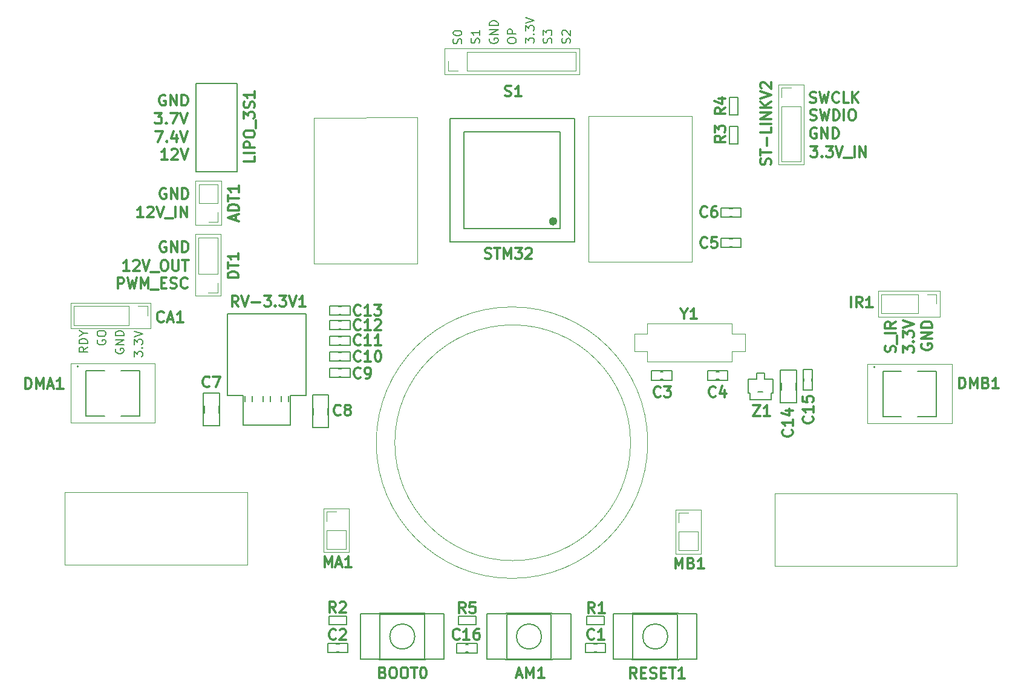
<source format=gbr>
%TF.GenerationSoftware,KiCad,Pcbnew,(5.1.6)-1*%
%TF.CreationDate,2020-09-14T15:10:25-05:00*%
%TF.ProjectId,Follower_Line_PCB_IM,466f6c6c-6f77-4657-925f-4c696e655f50,Iron Makers*%
%TF.SameCoordinates,Original*%
%TF.FileFunction,Legend,Top*%
%TF.FilePolarity,Positive*%
%FSLAX46Y46*%
G04 Gerber Fmt 4.6, Leading zero omitted, Abs format (unit mm)*
G04 Created by KiCad (PCBNEW (5.1.6)-1) date 2020-09-14 15:10:25*
%MOMM*%
%LPD*%
G01*
G04 APERTURE LIST*
%ADD10C,0.120000*%
%ADD11C,0.300000*%
%ADD12C,0.200000*%
%ADD13C,0.152400*%
%ADD14C,0.127000*%
%ADD15C,0.050000*%
%ADD16C,0.150000*%
%ADD17C,0.599999*%
G04 APERTURE END LIST*
D10*
X148280000Y-80470000D02*
X148240000Y-85060000D01*
X162740000Y-85060000D02*
X162740000Y-64600000D01*
X148280000Y-65060000D02*
X148280000Y-64660000D01*
X162740000Y-64600000D02*
X148280000Y-64650000D01*
X148280000Y-65060000D02*
X148280000Y-80460000D01*
X148240000Y-85060000D02*
X162740000Y-85060000D01*
X109810000Y-65280000D02*
X109810000Y-64880000D01*
X124270000Y-64820000D02*
X109810000Y-64870000D01*
X124270000Y-85280000D02*
X124270000Y-64820000D01*
X109770000Y-85280000D02*
X124270000Y-85280000D01*
X109810000Y-80690000D02*
X109770000Y-85280000D01*
X109810000Y-65280000D02*
X109810000Y-80680000D01*
D11*
X191167142Y-97647142D02*
X191238571Y-97432857D01*
X191238571Y-97075714D01*
X191167142Y-96932857D01*
X191095714Y-96861428D01*
X190952857Y-96790000D01*
X190810000Y-96790000D01*
X190667142Y-96861428D01*
X190595714Y-96932857D01*
X190524285Y-97075714D01*
X190452857Y-97361428D01*
X190381428Y-97504285D01*
X190310000Y-97575714D01*
X190167142Y-97647142D01*
X190024285Y-97647142D01*
X189881428Y-97575714D01*
X189810000Y-97504285D01*
X189738571Y-97361428D01*
X189738571Y-97004285D01*
X189810000Y-96790000D01*
X191381428Y-96504285D02*
X191381428Y-95361428D01*
X191238571Y-95004285D02*
X189738571Y-95004285D01*
X191238571Y-93432857D02*
X190524285Y-93932857D01*
X191238571Y-94290000D02*
X189738571Y-94290000D01*
X189738571Y-93718571D01*
X189810000Y-93575714D01*
X189881428Y-93504285D01*
X190024285Y-93432857D01*
X190238571Y-93432857D01*
X190381428Y-93504285D01*
X190452857Y-93575714D01*
X190524285Y-93718571D01*
X190524285Y-94290000D01*
X192288571Y-97754285D02*
X192288571Y-96825714D01*
X192860000Y-97325714D01*
X192860000Y-97111428D01*
X192931428Y-96968571D01*
X193002857Y-96897142D01*
X193145714Y-96825714D01*
X193502857Y-96825714D01*
X193645714Y-96897142D01*
X193717142Y-96968571D01*
X193788571Y-97111428D01*
X193788571Y-97540000D01*
X193717142Y-97682857D01*
X193645714Y-97754285D01*
X193645714Y-96182857D02*
X193717142Y-96111428D01*
X193788571Y-96182857D01*
X193717142Y-96254285D01*
X193645714Y-96182857D01*
X193788571Y-96182857D01*
X192288571Y-95611428D02*
X192288571Y-94682857D01*
X192860000Y-95182857D01*
X192860000Y-94968571D01*
X192931428Y-94825714D01*
X193002857Y-94754285D01*
X193145714Y-94682857D01*
X193502857Y-94682857D01*
X193645714Y-94754285D01*
X193717142Y-94825714D01*
X193788571Y-94968571D01*
X193788571Y-95397142D01*
X193717142Y-95540000D01*
X193645714Y-95611428D01*
X192288571Y-94254285D02*
X193788571Y-93754285D01*
X192288571Y-93254285D01*
X194910000Y-96512857D02*
X194838571Y-96655714D01*
X194838571Y-96870000D01*
X194910000Y-97084285D01*
X195052857Y-97227142D01*
X195195714Y-97298571D01*
X195481428Y-97370000D01*
X195695714Y-97370000D01*
X195981428Y-97298571D01*
X196124285Y-97227142D01*
X196267142Y-97084285D01*
X196338571Y-96870000D01*
X196338571Y-96727142D01*
X196267142Y-96512857D01*
X196195714Y-96441428D01*
X195695714Y-96441428D01*
X195695714Y-96727142D01*
X196338571Y-95798571D02*
X194838571Y-95798571D01*
X196338571Y-94941428D01*
X194838571Y-94941428D01*
X196338571Y-94227142D02*
X194838571Y-94227142D01*
X194838571Y-93870000D01*
X194910000Y-93655714D01*
X195052857Y-93512857D01*
X195195714Y-93441428D01*
X195481428Y-93370000D01*
X195695714Y-93370000D01*
X195981428Y-93441428D01*
X196124285Y-93512857D01*
X196267142Y-93655714D01*
X196338571Y-93870000D01*
X196338571Y-94227142D01*
X179331428Y-68828571D02*
X180260000Y-68828571D01*
X179760000Y-69400000D01*
X179974285Y-69400000D01*
X180117142Y-69471428D01*
X180188571Y-69542857D01*
X180260000Y-69685714D01*
X180260000Y-70042857D01*
X180188571Y-70185714D01*
X180117142Y-70257142D01*
X179974285Y-70328571D01*
X179545714Y-70328571D01*
X179402857Y-70257142D01*
X179331428Y-70185714D01*
X180902857Y-70185714D02*
X180974285Y-70257142D01*
X180902857Y-70328571D01*
X180831428Y-70257142D01*
X180902857Y-70185714D01*
X180902857Y-70328571D01*
X181474285Y-68828571D02*
X182402857Y-68828571D01*
X181902857Y-69400000D01*
X182117142Y-69400000D01*
X182260000Y-69471428D01*
X182331428Y-69542857D01*
X182402857Y-69685714D01*
X182402857Y-70042857D01*
X182331428Y-70185714D01*
X182260000Y-70257142D01*
X182117142Y-70328571D01*
X181688571Y-70328571D01*
X181545714Y-70257142D01*
X181474285Y-70185714D01*
X182831428Y-68828571D02*
X183331428Y-70328571D01*
X183831428Y-68828571D01*
X183974285Y-70471428D02*
X185117142Y-70471428D01*
X185474285Y-70328571D02*
X185474285Y-68828571D01*
X186188571Y-70328571D02*
X186188571Y-68828571D01*
X187045714Y-70328571D01*
X187045714Y-68828571D01*
X180127142Y-66320000D02*
X179984285Y-66248571D01*
X179770000Y-66248571D01*
X179555714Y-66320000D01*
X179412857Y-66462857D01*
X179341428Y-66605714D01*
X179270000Y-66891428D01*
X179270000Y-67105714D01*
X179341428Y-67391428D01*
X179412857Y-67534285D01*
X179555714Y-67677142D01*
X179770000Y-67748571D01*
X179912857Y-67748571D01*
X180127142Y-67677142D01*
X180198571Y-67605714D01*
X180198571Y-67105714D01*
X179912857Y-67105714D01*
X180841428Y-67748571D02*
X180841428Y-66248571D01*
X181698571Y-67748571D01*
X181698571Y-66248571D01*
X182412857Y-67748571D02*
X182412857Y-66248571D01*
X182770000Y-66248571D01*
X182984285Y-66320000D01*
X183127142Y-66462857D01*
X183198571Y-66605714D01*
X183270000Y-66891428D01*
X183270000Y-67105714D01*
X183198571Y-67391428D01*
X183127142Y-67534285D01*
X182984285Y-67677142D01*
X182770000Y-67748571D01*
X182412857Y-67748571D01*
X179281428Y-65137142D02*
X179495714Y-65208571D01*
X179852857Y-65208571D01*
X179995714Y-65137142D01*
X180067142Y-65065714D01*
X180138571Y-64922857D01*
X180138571Y-64780000D01*
X180067142Y-64637142D01*
X179995714Y-64565714D01*
X179852857Y-64494285D01*
X179567142Y-64422857D01*
X179424285Y-64351428D01*
X179352857Y-64280000D01*
X179281428Y-64137142D01*
X179281428Y-63994285D01*
X179352857Y-63851428D01*
X179424285Y-63780000D01*
X179567142Y-63708571D01*
X179924285Y-63708571D01*
X180138571Y-63780000D01*
X180638571Y-63708571D02*
X180995714Y-65208571D01*
X181281428Y-64137142D01*
X181567142Y-65208571D01*
X181924285Y-63708571D01*
X182495714Y-65208571D02*
X182495714Y-63708571D01*
X182852857Y-63708571D01*
X183067142Y-63780000D01*
X183210000Y-63922857D01*
X183281428Y-64065714D01*
X183352857Y-64351428D01*
X183352857Y-64565714D01*
X183281428Y-64851428D01*
X183210000Y-64994285D01*
X183067142Y-65137142D01*
X182852857Y-65208571D01*
X182495714Y-65208571D01*
X183995714Y-65208571D02*
X183995714Y-63708571D01*
X184995714Y-63708571D02*
X185281428Y-63708571D01*
X185424285Y-63780000D01*
X185567142Y-63922857D01*
X185638571Y-64208571D01*
X185638571Y-64708571D01*
X185567142Y-64994285D01*
X185424285Y-65137142D01*
X185281428Y-65208571D01*
X184995714Y-65208571D01*
X184852857Y-65137142D01*
X184710000Y-64994285D01*
X184638571Y-64708571D01*
X184638571Y-64208571D01*
X184710000Y-63922857D01*
X184852857Y-63780000D01*
X184995714Y-63708571D01*
X179247142Y-62677142D02*
X179461428Y-62748571D01*
X179818571Y-62748571D01*
X179961428Y-62677142D01*
X180032857Y-62605714D01*
X180104285Y-62462857D01*
X180104285Y-62320000D01*
X180032857Y-62177142D01*
X179961428Y-62105714D01*
X179818571Y-62034285D01*
X179532857Y-61962857D01*
X179390000Y-61891428D01*
X179318571Y-61820000D01*
X179247142Y-61677142D01*
X179247142Y-61534285D01*
X179318571Y-61391428D01*
X179390000Y-61320000D01*
X179532857Y-61248571D01*
X179890000Y-61248571D01*
X180104285Y-61320000D01*
X180604285Y-61248571D02*
X180961428Y-62748571D01*
X181247142Y-61677142D01*
X181532857Y-62748571D01*
X181890000Y-61248571D01*
X183318571Y-62605714D02*
X183247142Y-62677142D01*
X183032857Y-62748571D01*
X182890000Y-62748571D01*
X182675714Y-62677142D01*
X182532857Y-62534285D01*
X182461428Y-62391428D01*
X182390000Y-62105714D01*
X182390000Y-61891428D01*
X182461428Y-61605714D01*
X182532857Y-61462857D01*
X182675714Y-61320000D01*
X182890000Y-61248571D01*
X183032857Y-61248571D01*
X183247142Y-61320000D01*
X183318571Y-61391428D01*
X184675714Y-62748571D02*
X183961428Y-62748571D01*
X183961428Y-61248571D01*
X185175714Y-62748571D02*
X185175714Y-61248571D01*
X186032857Y-62748571D02*
X185390000Y-61891428D01*
X186032857Y-61248571D02*
X185175714Y-62105714D01*
D12*
X84622857Y-98321428D02*
X84622857Y-97578571D01*
X85080000Y-97978571D01*
X85080000Y-97807142D01*
X85137142Y-97692857D01*
X85194285Y-97635714D01*
X85308571Y-97578571D01*
X85594285Y-97578571D01*
X85708571Y-97635714D01*
X85765714Y-97692857D01*
X85822857Y-97807142D01*
X85822857Y-98150000D01*
X85765714Y-98264285D01*
X85708571Y-98321428D01*
X85708571Y-97064285D02*
X85765714Y-97007142D01*
X85822857Y-97064285D01*
X85765714Y-97121428D01*
X85708571Y-97064285D01*
X85822857Y-97064285D01*
X84622857Y-96607142D02*
X84622857Y-95864285D01*
X85080000Y-96264285D01*
X85080000Y-96092857D01*
X85137142Y-95978571D01*
X85194285Y-95921428D01*
X85308571Y-95864285D01*
X85594285Y-95864285D01*
X85708571Y-95921428D01*
X85765714Y-95978571D01*
X85822857Y-96092857D01*
X85822857Y-96435714D01*
X85765714Y-96550000D01*
X85708571Y-96607142D01*
X84622857Y-95521428D02*
X85822857Y-95121428D01*
X84622857Y-94721428D01*
X82070000Y-97184285D02*
X82012857Y-97298571D01*
X82012857Y-97470000D01*
X82070000Y-97641428D01*
X82184285Y-97755714D01*
X82298571Y-97812857D01*
X82527142Y-97870000D01*
X82698571Y-97870000D01*
X82927142Y-97812857D01*
X83041428Y-97755714D01*
X83155714Y-97641428D01*
X83212857Y-97470000D01*
X83212857Y-97355714D01*
X83155714Y-97184285D01*
X83098571Y-97127142D01*
X82698571Y-97127142D01*
X82698571Y-97355714D01*
X83212857Y-96612857D02*
X82012857Y-96612857D01*
X83212857Y-95927142D01*
X82012857Y-95927142D01*
X83212857Y-95355714D02*
X82012857Y-95355714D01*
X82012857Y-95070000D01*
X82070000Y-94898571D01*
X82184285Y-94784285D01*
X82298571Y-94727142D01*
X82527142Y-94670000D01*
X82698571Y-94670000D01*
X82927142Y-94727142D01*
X83041428Y-94784285D01*
X83155714Y-94898571D01*
X83212857Y-95070000D01*
X83212857Y-95355714D01*
X79510000Y-95964285D02*
X79452857Y-96078571D01*
X79452857Y-96250000D01*
X79510000Y-96421428D01*
X79624285Y-96535714D01*
X79738571Y-96592857D01*
X79967142Y-96650000D01*
X80138571Y-96650000D01*
X80367142Y-96592857D01*
X80481428Y-96535714D01*
X80595714Y-96421428D01*
X80652857Y-96250000D01*
X80652857Y-96135714D01*
X80595714Y-95964285D01*
X80538571Y-95907142D01*
X80138571Y-95907142D01*
X80138571Y-96135714D01*
X79452857Y-95164285D02*
X79452857Y-94935714D01*
X79510000Y-94821428D01*
X79624285Y-94707142D01*
X79852857Y-94650000D01*
X80252857Y-94650000D01*
X80481428Y-94707142D01*
X80595714Y-94821428D01*
X80652857Y-94935714D01*
X80652857Y-95164285D01*
X80595714Y-95278571D01*
X80481428Y-95392857D01*
X80252857Y-95450000D01*
X79852857Y-95450000D01*
X79624285Y-95392857D01*
X79510000Y-95278571D01*
X79452857Y-95164285D01*
X78132857Y-96962857D02*
X77561428Y-97362857D01*
X78132857Y-97648571D02*
X76932857Y-97648571D01*
X76932857Y-97191428D01*
X76990000Y-97077142D01*
X77047142Y-97020000D01*
X77161428Y-96962857D01*
X77332857Y-96962857D01*
X77447142Y-97020000D01*
X77504285Y-97077142D01*
X77561428Y-97191428D01*
X77561428Y-97648571D01*
X78132857Y-96448571D02*
X76932857Y-96448571D01*
X76932857Y-96162857D01*
X76990000Y-95991428D01*
X77104285Y-95877142D01*
X77218571Y-95820000D01*
X77447142Y-95762857D01*
X77618571Y-95762857D01*
X77847142Y-95820000D01*
X77961428Y-95877142D01*
X78075714Y-95991428D01*
X78132857Y-96162857D01*
X78132857Y-96448571D01*
X77561428Y-95020000D02*
X78132857Y-95020000D01*
X76932857Y-95420000D02*
X77561428Y-95020000D01*
X76932857Y-94620000D01*
D11*
X82358571Y-88738571D02*
X82358571Y-87238571D01*
X82930000Y-87238571D01*
X83072857Y-87310000D01*
X83144285Y-87381428D01*
X83215714Y-87524285D01*
X83215714Y-87738571D01*
X83144285Y-87881428D01*
X83072857Y-87952857D01*
X82930000Y-88024285D01*
X82358571Y-88024285D01*
X83715714Y-87238571D02*
X84072857Y-88738571D01*
X84358571Y-87667142D01*
X84644285Y-88738571D01*
X85001428Y-87238571D01*
X85572857Y-88738571D02*
X85572857Y-87238571D01*
X86072857Y-88310000D01*
X86572857Y-87238571D01*
X86572857Y-88738571D01*
X86930000Y-88881428D02*
X88072857Y-88881428D01*
X88430000Y-87952857D02*
X88930000Y-87952857D01*
X89144285Y-88738571D02*
X88430000Y-88738571D01*
X88430000Y-87238571D01*
X89144285Y-87238571D01*
X89715714Y-88667142D02*
X89930000Y-88738571D01*
X90287142Y-88738571D01*
X90430000Y-88667142D01*
X90501428Y-88595714D01*
X90572857Y-88452857D01*
X90572857Y-88310000D01*
X90501428Y-88167142D01*
X90430000Y-88095714D01*
X90287142Y-88024285D01*
X90001428Y-87952857D01*
X89858571Y-87881428D01*
X89787142Y-87810000D01*
X89715714Y-87667142D01*
X89715714Y-87524285D01*
X89787142Y-87381428D01*
X89858571Y-87310000D01*
X90001428Y-87238571D01*
X90358571Y-87238571D01*
X90572857Y-87310000D01*
X92072857Y-88595714D02*
X92001428Y-88667142D01*
X91787142Y-88738571D01*
X91644285Y-88738571D01*
X91430000Y-88667142D01*
X91287142Y-88524285D01*
X91215714Y-88381428D01*
X91144285Y-88095714D01*
X91144285Y-87881428D01*
X91215714Y-87595714D01*
X91287142Y-87452857D01*
X91430000Y-87310000D01*
X91644285Y-87238571D01*
X91787142Y-87238571D01*
X92001428Y-87310000D01*
X92072857Y-87381428D01*
X83947142Y-86278571D02*
X83090000Y-86278571D01*
X83518571Y-86278571D02*
X83518571Y-84778571D01*
X83375714Y-84992857D01*
X83232857Y-85135714D01*
X83090000Y-85207142D01*
X84518571Y-84921428D02*
X84590000Y-84850000D01*
X84732857Y-84778571D01*
X85090000Y-84778571D01*
X85232857Y-84850000D01*
X85304285Y-84921428D01*
X85375714Y-85064285D01*
X85375714Y-85207142D01*
X85304285Y-85421428D01*
X84447142Y-86278571D01*
X85375714Y-86278571D01*
X85804285Y-84778571D02*
X86304285Y-86278571D01*
X86804285Y-84778571D01*
X86947142Y-86421428D02*
X88090000Y-86421428D01*
X88732857Y-84778571D02*
X89018571Y-84778571D01*
X89161428Y-84850000D01*
X89304285Y-84992857D01*
X89375714Y-85278571D01*
X89375714Y-85778571D01*
X89304285Y-86064285D01*
X89161428Y-86207142D01*
X89018571Y-86278571D01*
X88732857Y-86278571D01*
X88590000Y-86207142D01*
X88447142Y-86064285D01*
X88375714Y-85778571D01*
X88375714Y-85278571D01*
X88447142Y-84992857D01*
X88590000Y-84850000D01*
X88732857Y-84778571D01*
X90018571Y-84778571D02*
X90018571Y-85992857D01*
X90090000Y-86135714D01*
X90161428Y-86207142D01*
X90304285Y-86278571D01*
X90590000Y-86278571D01*
X90732857Y-86207142D01*
X90804285Y-86135714D01*
X90875714Y-85992857D01*
X90875714Y-84778571D01*
X91375714Y-84778571D02*
X92232857Y-84778571D01*
X91804285Y-86278571D02*
X91804285Y-84778571D01*
X89077142Y-82210000D02*
X88934285Y-82138571D01*
X88720000Y-82138571D01*
X88505714Y-82210000D01*
X88362857Y-82352857D01*
X88291428Y-82495714D01*
X88220000Y-82781428D01*
X88220000Y-82995714D01*
X88291428Y-83281428D01*
X88362857Y-83424285D01*
X88505714Y-83567142D01*
X88720000Y-83638571D01*
X88862857Y-83638571D01*
X89077142Y-83567142D01*
X89148571Y-83495714D01*
X89148571Y-82995714D01*
X88862857Y-82995714D01*
X89791428Y-83638571D02*
X89791428Y-82138571D01*
X90648571Y-83638571D01*
X90648571Y-82138571D01*
X91362857Y-83638571D02*
X91362857Y-82138571D01*
X91720000Y-82138571D01*
X91934285Y-82210000D01*
X92077142Y-82352857D01*
X92148571Y-82495714D01*
X92220000Y-82781428D01*
X92220000Y-82995714D01*
X92148571Y-83281428D01*
X92077142Y-83424285D01*
X91934285Y-83567142D01*
X91720000Y-83638571D01*
X91362857Y-83638571D01*
X89067142Y-74780000D02*
X88924285Y-74708571D01*
X88710000Y-74708571D01*
X88495714Y-74780000D01*
X88352857Y-74922857D01*
X88281428Y-75065714D01*
X88210000Y-75351428D01*
X88210000Y-75565714D01*
X88281428Y-75851428D01*
X88352857Y-75994285D01*
X88495714Y-76137142D01*
X88710000Y-76208571D01*
X88852857Y-76208571D01*
X89067142Y-76137142D01*
X89138571Y-76065714D01*
X89138571Y-75565714D01*
X88852857Y-75565714D01*
X89781428Y-76208571D02*
X89781428Y-74708571D01*
X90638571Y-76208571D01*
X90638571Y-74708571D01*
X91352857Y-76208571D02*
X91352857Y-74708571D01*
X91710000Y-74708571D01*
X91924285Y-74780000D01*
X92067142Y-74922857D01*
X92138571Y-75065714D01*
X92210000Y-75351428D01*
X92210000Y-75565714D01*
X92138571Y-75851428D01*
X92067142Y-75994285D01*
X91924285Y-76137142D01*
X91710000Y-76208571D01*
X91352857Y-76208571D01*
X85937142Y-78788571D02*
X85080000Y-78788571D01*
X85508571Y-78788571D02*
X85508571Y-77288571D01*
X85365714Y-77502857D01*
X85222857Y-77645714D01*
X85080000Y-77717142D01*
X86508571Y-77431428D02*
X86580000Y-77360000D01*
X86722857Y-77288571D01*
X87080000Y-77288571D01*
X87222857Y-77360000D01*
X87294285Y-77431428D01*
X87365714Y-77574285D01*
X87365714Y-77717142D01*
X87294285Y-77931428D01*
X86437142Y-78788571D01*
X87365714Y-78788571D01*
X87794285Y-77288571D02*
X88294285Y-78788571D01*
X88794285Y-77288571D01*
X88937142Y-78931428D02*
X90080000Y-78931428D01*
X90437142Y-78788571D02*
X90437142Y-77288571D01*
X91151428Y-78788571D02*
X91151428Y-77288571D01*
X92008571Y-78788571D01*
X92008571Y-77288571D01*
D12*
X145645714Y-54404285D02*
X145702857Y-54232857D01*
X145702857Y-53947142D01*
X145645714Y-53832857D01*
X145588571Y-53775714D01*
X145474285Y-53718571D01*
X145360000Y-53718571D01*
X145245714Y-53775714D01*
X145188571Y-53832857D01*
X145131428Y-53947142D01*
X145074285Y-54175714D01*
X145017142Y-54290000D01*
X144960000Y-54347142D01*
X144845714Y-54404285D01*
X144731428Y-54404285D01*
X144617142Y-54347142D01*
X144560000Y-54290000D01*
X144502857Y-54175714D01*
X144502857Y-53890000D01*
X144560000Y-53718571D01*
X144617142Y-53261428D02*
X144560000Y-53204285D01*
X144502857Y-53090000D01*
X144502857Y-52804285D01*
X144560000Y-52690000D01*
X144617142Y-52632857D01*
X144731428Y-52575714D01*
X144845714Y-52575714D01*
X145017142Y-52632857D01*
X145702857Y-53318571D01*
X145702857Y-52575714D01*
X143035714Y-54384285D02*
X143092857Y-54212857D01*
X143092857Y-53927142D01*
X143035714Y-53812857D01*
X142978571Y-53755714D01*
X142864285Y-53698571D01*
X142750000Y-53698571D01*
X142635714Y-53755714D01*
X142578571Y-53812857D01*
X142521428Y-53927142D01*
X142464285Y-54155714D01*
X142407142Y-54270000D01*
X142350000Y-54327142D01*
X142235714Y-54384285D01*
X142121428Y-54384285D01*
X142007142Y-54327142D01*
X141950000Y-54270000D01*
X141892857Y-54155714D01*
X141892857Y-53870000D01*
X141950000Y-53698571D01*
X141892857Y-53298571D02*
X141892857Y-52555714D01*
X142350000Y-52955714D01*
X142350000Y-52784285D01*
X142407142Y-52670000D01*
X142464285Y-52612857D01*
X142578571Y-52555714D01*
X142864285Y-52555714D01*
X142978571Y-52612857D01*
X143035714Y-52670000D01*
X143092857Y-52784285D01*
X143092857Y-53127142D01*
X143035714Y-53241428D01*
X142978571Y-53298571D01*
X139412857Y-54401428D02*
X139412857Y-53658571D01*
X139870000Y-54058571D01*
X139870000Y-53887142D01*
X139927142Y-53772857D01*
X139984285Y-53715714D01*
X140098571Y-53658571D01*
X140384285Y-53658571D01*
X140498571Y-53715714D01*
X140555714Y-53772857D01*
X140612857Y-53887142D01*
X140612857Y-54230000D01*
X140555714Y-54344285D01*
X140498571Y-54401428D01*
X140498571Y-53144285D02*
X140555714Y-53087142D01*
X140612857Y-53144285D01*
X140555714Y-53201428D01*
X140498571Y-53144285D01*
X140612857Y-53144285D01*
X139412857Y-52687142D02*
X139412857Y-51944285D01*
X139870000Y-52344285D01*
X139870000Y-52172857D01*
X139927142Y-52058571D01*
X139984285Y-52001428D01*
X140098571Y-51944285D01*
X140384285Y-51944285D01*
X140498571Y-52001428D01*
X140555714Y-52058571D01*
X140612857Y-52172857D01*
X140612857Y-52515714D01*
X140555714Y-52630000D01*
X140498571Y-52687142D01*
X139412857Y-51601428D02*
X140612857Y-51201428D01*
X139412857Y-50801428D01*
X136902857Y-54144285D02*
X136902857Y-53915714D01*
X136960000Y-53801428D01*
X137074285Y-53687142D01*
X137302857Y-53630000D01*
X137702857Y-53630000D01*
X137931428Y-53687142D01*
X138045714Y-53801428D01*
X138102857Y-53915714D01*
X138102857Y-54144285D01*
X138045714Y-54258571D01*
X137931428Y-54372857D01*
X137702857Y-54430000D01*
X137302857Y-54430000D01*
X137074285Y-54372857D01*
X136960000Y-54258571D01*
X136902857Y-54144285D01*
X138102857Y-53115714D02*
X136902857Y-53115714D01*
X136902857Y-52658571D01*
X136960000Y-52544285D01*
X137017142Y-52487142D01*
X137131428Y-52430000D01*
X137302857Y-52430000D01*
X137417142Y-52487142D01*
X137474285Y-52544285D01*
X137531428Y-52658571D01*
X137531428Y-53115714D01*
X134440000Y-53774285D02*
X134382857Y-53888571D01*
X134382857Y-54060000D01*
X134440000Y-54231428D01*
X134554285Y-54345714D01*
X134668571Y-54402857D01*
X134897142Y-54460000D01*
X135068571Y-54460000D01*
X135297142Y-54402857D01*
X135411428Y-54345714D01*
X135525714Y-54231428D01*
X135582857Y-54060000D01*
X135582857Y-53945714D01*
X135525714Y-53774285D01*
X135468571Y-53717142D01*
X135068571Y-53717142D01*
X135068571Y-53945714D01*
X135582857Y-53202857D02*
X134382857Y-53202857D01*
X135582857Y-52517142D01*
X134382857Y-52517142D01*
X135582857Y-51945714D02*
X134382857Y-51945714D01*
X134382857Y-51660000D01*
X134440000Y-51488571D01*
X134554285Y-51374285D01*
X134668571Y-51317142D01*
X134897142Y-51260000D01*
X135068571Y-51260000D01*
X135297142Y-51317142D01*
X135411428Y-51374285D01*
X135525714Y-51488571D01*
X135582857Y-51660000D01*
X135582857Y-51945714D01*
X132915714Y-54394285D02*
X132972857Y-54222857D01*
X132972857Y-53937142D01*
X132915714Y-53822857D01*
X132858571Y-53765714D01*
X132744285Y-53708571D01*
X132630000Y-53708571D01*
X132515714Y-53765714D01*
X132458571Y-53822857D01*
X132401428Y-53937142D01*
X132344285Y-54165714D01*
X132287142Y-54280000D01*
X132230000Y-54337142D01*
X132115714Y-54394285D01*
X132001428Y-54394285D01*
X131887142Y-54337142D01*
X131830000Y-54280000D01*
X131772857Y-54165714D01*
X131772857Y-53880000D01*
X131830000Y-53708571D01*
X132972857Y-52565714D02*
X132972857Y-53251428D01*
X132972857Y-52908571D02*
X131772857Y-52908571D01*
X131944285Y-53022857D01*
X132058571Y-53137142D01*
X132115714Y-53251428D01*
X130425714Y-54474285D02*
X130482857Y-54302857D01*
X130482857Y-54017142D01*
X130425714Y-53902857D01*
X130368571Y-53845714D01*
X130254285Y-53788571D01*
X130140000Y-53788571D01*
X130025714Y-53845714D01*
X129968571Y-53902857D01*
X129911428Y-54017142D01*
X129854285Y-54245714D01*
X129797142Y-54360000D01*
X129740000Y-54417142D01*
X129625714Y-54474285D01*
X129511428Y-54474285D01*
X129397142Y-54417142D01*
X129340000Y-54360000D01*
X129282857Y-54245714D01*
X129282857Y-53960000D01*
X129340000Y-53788571D01*
X129282857Y-53045714D02*
X129282857Y-52931428D01*
X129340000Y-52817142D01*
X129397142Y-52760000D01*
X129511428Y-52702857D01*
X129740000Y-52645714D01*
X130025714Y-52645714D01*
X130254285Y-52702857D01*
X130368571Y-52760000D01*
X130425714Y-52817142D01*
X130482857Y-52931428D01*
X130482857Y-53045714D01*
X130425714Y-53160000D01*
X130368571Y-53217142D01*
X130254285Y-53274285D01*
X130025714Y-53331428D01*
X129740000Y-53331428D01*
X129511428Y-53274285D01*
X129397142Y-53217142D01*
X129340000Y-53160000D01*
X129282857Y-53045714D01*
D11*
X89301428Y-70718571D02*
X88444285Y-70718571D01*
X88872857Y-70718571D02*
X88872857Y-69218571D01*
X88730000Y-69432857D01*
X88587142Y-69575714D01*
X88444285Y-69647142D01*
X89872857Y-69361428D02*
X89944285Y-69290000D01*
X90087142Y-69218571D01*
X90444285Y-69218571D01*
X90587142Y-69290000D01*
X90658571Y-69361428D01*
X90730000Y-69504285D01*
X90730000Y-69647142D01*
X90658571Y-69861428D01*
X89801428Y-70718571D01*
X90730000Y-70718571D01*
X91158571Y-69218571D02*
X91658571Y-70718571D01*
X92158571Y-69218571D01*
X87615714Y-66768571D02*
X88615714Y-66768571D01*
X87972857Y-68268571D01*
X89187142Y-68125714D02*
X89258571Y-68197142D01*
X89187142Y-68268571D01*
X89115714Y-68197142D01*
X89187142Y-68125714D01*
X89187142Y-68268571D01*
X90544285Y-67268571D02*
X90544285Y-68268571D01*
X90187142Y-66697142D02*
X89830000Y-67768571D01*
X90758571Y-67768571D01*
X91115714Y-66768571D02*
X91615714Y-68268571D01*
X92115714Y-66768571D01*
X87575714Y-64168571D02*
X88504285Y-64168571D01*
X88004285Y-64740000D01*
X88218571Y-64740000D01*
X88361428Y-64811428D01*
X88432857Y-64882857D01*
X88504285Y-65025714D01*
X88504285Y-65382857D01*
X88432857Y-65525714D01*
X88361428Y-65597142D01*
X88218571Y-65668571D01*
X87790000Y-65668571D01*
X87647142Y-65597142D01*
X87575714Y-65525714D01*
X89147142Y-65525714D02*
X89218571Y-65597142D01*
X89147142Y-65668571D01*
X89075714Y-65597142D01*
X89147142Y-65525714D01*
X89147142Y-65668571D01*
X89718571Y-64168571D02*
X90718571Y-64168571D01*
X90075714Y-65668571D01*
X91075714Y-64168571D02*
X91575714Y-65668571D01*
X92075714Y-64168571D01*
X89007142Y-61700000D02*
X88864285Y-61628571D01*
X88650000Y-61628571D01*
X88435714Y-61700000D01*
X88292857Y-61842857D01*
X88221428Y-61985714D01*
X88150000Y-62271428D01*
X88150000Y-62485714D01*
X88221428Y-62771428D01*
X88292857Y-62914285D01*
X88435714Y-63057142D01*
X88650000Y-63128571D01*
X88792857Y-63128571D01*
X89007142Y-63057142D01*
X89078571Y-62985714D01*
X89078571Y-62485714D01*
X88792857Y-62485714D01*
X89721428Y-63128571D02*
X89721428Y-61628571D01*
X90578571Y-63128571D01*
X90578571Y-61628571D01*
X91292857Y-63128571D02*
X91292857Y-61628571D01*
X91650000Y-61628571D01*
X91864285Y-61700000D01*
X92007142Y-61842857D01*
X92078571Y-61985714D01*
X92150000Y-62271428D01*
X92150000Y-62485714D01*
X92078571Y-62771428D01*
X92007142Y-62914285D01*
X91864285Y-63057142D01*
X91650000Y-63128571D01*
X91292857Y-63128571D01*
D10*
%TO.C,      *%
X156527812Y-110334000D02*
G75*
G03*
X156527812Y-110334000I-19000000J0D01*
G01*
X154125400Y-110351042D02*
G75*
G03*
X154125400Y-110351042I-16500000J0D01*
G01*
D13*
%TO.C,RESET1*%
X154452400Y-140602100D02*
X160700800Y-140602100D01*
X160700800Y-140602100D02*
X160700800Y-134353700D01*
X160700800Y-134353700D02*
X154452400Y-134353700D01*
X154452400Y-134353700D02*
X154452400Y-140602100D01*
X151721900Y-140678300D02*
X151721900Y-134277500D01*
X151721900Y-134277500D02*
X154325400Y-134277500D01*
X154325400Y-134277500D02*
X154325400Y-134226700D01*
X154325400Y-134226700D02*
X160827800Y-134226700D01*
X160827800Y-134226700D02*
X160827800Y-134277500D01*
X160827800Y-134277500D02*
X163431300Y-134277500D01*
X163431300Y-134277500D02*
X163431300Y-140678300D01*
X163431300Y-140678300D02*
X160827800Y-140678300D01*
X160827800Y-140678300D02*
X160827800Y-140729100D01*
X160827800Y-140729100D02*
X154325400Y-140729100D01*
X154325400Y-140729100D02*
X154325400Y-140678300D01*
X154325400Y-140678300D02*
X151721900Y-140678300D01*
X159329200Y-137477900D02*
G75*
G03*
X159329200Y-137477900I-1752600J0D01*
G01*
%TO.C,BOOT0*%
X119042400Y-140602100D02*
X125290800Y-140602100D01*
X125290800Y-140602100D02*
X125290800Y-134353700D01*
X125290800Y-134353700D02*
X119042400Y-134353700D01*
X119042400Y-134353700D02*
X119042400Y-140602100D01*
X116311900Y-140678300D02*
X116311900Y-134277500D01*
X116311900Y-134277500D02*
X118915400Y-134277500D01*
X118915400Y-134277500D02*
X118915400Y-134226700D01*
X118915400Y-134226700D02*
X125417800Y-134226700D01*
X125417800Y-134226700D02*
X125417800Y-134277500D01*
X125417800Y-134277500D02*
X128021300Y-134277500D01*
X128021300Y-134277500D02*
X128021300Y-140678300D01*
X128021300Y-140678300D02*
X125417800Y-140678300D01*
X125417800Y-140678300D02*
X125417800Y-140729100D01*
X125417800Y-140729100D02*
X118915400Y-140729100D01*
X118915400Y-140729100D02*
X118915400Y-140678300D01*
X118915400Y-140678300D02*
X116311900Y-140678300D01*
X123919200Y-137477900D02*
G75*
G03*
X123919200Y-137477900I-1752600J0D01*
G01*
%TO.C,AM1*%
X136782400Y-140602100D02*
X143030800Y-140602100D01*
X143030800Y-140602100D02*
X143030800Y-134353700D01*
X143030800Y-134353700D02*
X136782400Y-134353700D01*
X136782400Y-134353700D02*
X136782400Y-140602100D01*
X134051900Y-140678300D02*
X134051900Y-134277500D01*
X134051900Y-134277500D02*
X136655400Y-134277500D01*
X136655400Y-134277500D02*
X136655400Y-134226700D01*
X136655400Y-134226700D02*
X143157800Y-134226700D01*
X143157800Y-134226700D02*
X143157800Y-134277500D01*
X143157800Y-134277500D02*
X145761300Y-134277500D01*
X145761300Y-134277500D02*
X145761300Y-140678300D01*
X145761300Y-140678300D02*
X143157800Y-140678300D01*
X143157800Y-140678300D02*
X143157800Y-140729100D01*
X143157800Y-140729100D02*
X136655400Y-140729100D01*
X136655400Y-140729100D02*
X136655400Y-140678300D01*
X136655400Y-140678300D02*
X134051900Y-140678300D01*
X141659200Y-137477900D02*
G75*
G03*
X141659200Y-137477900I-1752600J0D01*
G01*
D14*
%TO.C,DMB1*%
X196940000Y-100310000D02*
X196940000Y-106710000D01*
X189440000Y-106710000D02*
X189440000Y-100310000D01*
D12*
X188360000Y-99740000D02*
G75*
G03*
X188360000Y-99740000I-100000J0D01*
G01*
D15*
X187290000Y-107660000D02*
X187290000Y-99360000D01*
X199090000Y-107660000D02*
X187290000Y-107660000D01*
X199090000Y-99360000D02*
X199090000Y-107660000D01*
X187290000Y-99360000D02*
X199090000Y-99360000D01*
D14*
X189440000Y-106710000D02*
X192040000Y-106710000D01*
X196940000Y-106710000D02*
X194340000Y-106710000D01*
X189440000Y-100310000D02*
X192040000Y-100310000D01*
X196940000Y-100310000D02*
X194340000Y-100310000D01*
%TO.C,DMA1*%
X85420000Y-100220000D02*
X85420000Y-106620000D01*
X77920000Y-106620000D02*
X77920000Y-100220000D01*
D12*
X76840000Y-99650000D02*
G75*
G03*
X76840000Y-99650000I-100000J0D01*
G01*
D15*
X75770000Y-107570000D02*
X75770000Y-99270000D01*
X87570000Y-107570000D02*
X75770000Y-107570000D01*
X87570000Y-99270000D02*
X87570000Y-107570000D01*
X75770000Y-99270000D02*
X87570000Y-99270000D01*
D14*
X77920000Y-106620000D02*
X80520000Y-106620000D01*
X85420000Y-106620000D02*
X82820000Y-106620000D01*
X77920000Y-100220000D02*
X80520000Y-100220000D01*
X85420000Y-100220000D02*
X82820000Y-100220000D01*
D16*
%TO.C,STM32*%
X128817800Y-64928600D02*
X128817800Y-82226000D01*
X146318400Y-64928600D02*
X128817800Y-64928600D01*
X146267600Y-82251400D02*
X146267600Y-64928600D01*
X128817800Y-82226000D02*
X146267600Y-82251400D01*
X144279999Y-66840001D02*
X144279999Y-80339999D01*
X130780001Y-66840001D02*
X130780001Y-80339999D01*
X144279999Y-80339999D02*
X130780001Y-80339999D01*
X144279999Y-66840001D02*
X130780001Y-66840001D01*
D17*
X143579998Y-79339999D02*
G75*
G03*
X143579998Y-79339999I-299999J0D01*
G01*
D10*
%TO.C,     *%
X174290000Y-117420000D02*
X199830000Y-117450000D01*
X174288000Y-127590000D02*
X199810000Y-127610000D01*
X174288000Y-117430000D02*
X174288000Y-127590000D01*
X199830000Y-127610000D02*
X199830000Y-117450000D01*
X74920000Y-117250000D02*
X74920000Y-127410000D01*
X100462000Y-127430000D02*
X100462000Y-117270000D01*
X100462000Y-117270000D02*
X74940000Y-117250000D01*
X100460000Y-127440000D02*
X74920000Y-127410000D01*
%TO.C,ADT1*%
X96360000Y-74190000D02*
X93700000Y-74190000D01*
X96360000Y-76790000D02*
X96360000Y-74190000D01*
X93700000Y-76790000D02*
X93700000Y-74190000D01*
X96360000Y-76790000D02*
X93700000Y-76790000D01*
X96360000Y-78060000D02*
X96360000Y-79390000D01*
X96360000Y-79390000D02*
X95030000Y-79390000D01*
D15*
X96830000Y-79860000D02*
X96830000Y-73710000D01*
X96830000Y-73710000D02*
X93230000Y-73710000D01*
X93230000Y-73710000D02*
X93230000Y-79860000D01*
X93230000Y-79860000D02*
X96830000Y-79860000D01*
D13*
%TO.C,C1*%
X149027550Y-139617000D02*
X149412450Y-139617000D01*
X149412450Y-138563000D02*
X149027550Y-138563000D01*
X147810400Y-139744000D02*
X147810400Y-138436000D01*
X147810400Y-138436000D02*
X150629600Y-138436000D01*
X150629600Y-138436000D02*
X150629600Y-139744000D01*
X150629600Y-139744000D02*
X147810400Y-139744000D01*
%TO.C,C2*%
X114539600Y-139734000D02*
X111720400Y-139734000D01*
X114539600Y-138426000D02*
X114539600Y-139734000D01*
X111720400Y-138426000D02*
X114539600Y-138426000D01*
X111720400Y-139734000D02*
X111720400Y-138426000D01*
X113322450Y-138553000D02*
X112937550Y-138553000D01*
X112937550Y-139607000D02*
X113322450Y-139607000D01*
%TO.C,C3*%
X159881800Y-101574000D02*
X157062600Y-101574000D01*
X159881800Y-100266000D02*
X159881800Y-101574000D01*
X157062600Y-100266000D02*
X159881800Y-100266000D01*
X157062600Y-101574000D02*
X157062600Y-100266000D01*
X158664650Y-100393000D02*
X158279750Y-100393000D01*
X158279750Y-101447000D02*
X158664650Y-101447000D01*
%TO.C,C4*%
X166512450Y-100403000D02*
X166127550Y-100403000D01*
X166127550Y-101457000D02*
X166512450Y-101457000D01*
X167729600Y-100276000D02*
X167729600Y-101584000D01*
X167729600Y-101584000D02*
X164910400Y-101584000D01*
X164910400Y-101584000D02*
X164910400Y-100276000D01*
X164910400Y-100276000D02*
X167729600Y-100276000D01*
%TO.C,C5*%
X169567000Y-82997800D02*
X166747800Y-82997800D01*
X169567000Y-81689800D02*
X169567000Y-82997800D01*
X166747800Y-81689800D02*
X169567000Y-81689800D01*
X166747800Y-82997800D02*
X166747800Y-81689800D01*
X168349850Y-81816800D02*
X167964950Y-81816800D01*
X167964950Y-82870800D02*
X168349850Y-82870800D01*
%TO.C,C6*%
X167978150Y-78637800D02*
X168363050Y-78637800D01*
X168363050Y-77583800D02*
X167978150Y-77583800D01*
X166761000Y-78764800D02*
X166761000Y-77456800D01*
X166761000Y-77456800D02*
X169580200Y-77456800D01*
X169580200Y-77456800D02*
X169580200Y-78764800D01*
X169580200Y-78764800D02*
X166761000Y-78764800D01*
%TO.C,C7*%
X94466700Y-105184750D02*
X94466700Y-106195250D01*
X96473300Y-106195250D02*
X96473300Y-105184750D01*
X94339700Y-103404000D02*
X96600300Y-103404000D01*
X96600300Y-103404000D02*
X96600300Y-107976000D01*
X96600300Y-107976000D02*
X94339700Y-107976000D01*
X94339700Y-107976000D02*
X94339700Y-103404000D01*
%TO.C,C8*%
X109609700Y-108258400D02*
X109609700Y-103686400D01*
X111870300Y-108258400D02*
X109609700Y-108258400D01*
X111870300Y-103686400D02*
X111870300Y-108258400D01*
X109609700Y-103686400D02*
X111870300Y-103686400D01*
X111743300Y-106477650D02*
X111743300Y-105467150D01*
X109736700Y-105467150D02*
X109736700Y-106477650D01*
%TO.C,C9*%
X113247550Y-101087000D02*
X113632450Y-101087000D01*
X113632450Y-100033000D02*
X113247550Y-100033000D01*
X112030400Y-101214000D02*
X112030400Y-99906000D01*
X112030400Y-99906000D02*
X114849600Y-99906000D01*
X114849600Y-99906000D02*
X114849600Y-101214000D01*
X114849600Y-101214000D02*
X112030400Y-101214000D01*
%TO.C,C10*%
X114849600Y-98924000D02*
X112030400Y-98924000D01*
X114849600Y-97616000D02*
X114849600Y-98924000D01*
X112030400Y-97616000D02*
X114849600Y-97616000D01*
X112030400Y-98924000D02*
X112030400Y-97616000D01*
X113632450Y-97743000D02*
X113247550Y-97743000D01*
X113247550Y-98797000D02*
X113632450Y-98797000D01*
%TO.C,C11*%
X113247550Y-96607000D02*
X113632450Y-96607000D01*
X113632450Y-95553000D02*
X113247550Y-95553000D01*
X112030400Y-96734000D02*
X112030400Y-95426000D01*
X112030400Y-95426000D02*
X114849600Y-95426000D01*
X114849600Y-95426000D02*
X114849600Y-96734000D01*
X114849600Y-96734000D02*
X112030400Y-96734000D01*
%TO.C,C12*%
X114849600Y-94514000D02*
X112030400Y-94514000D01*
X114849600Y-93206000D02*
X114849600Y-94514000D01*
X112030400Y-93206000D02*
X114849600Y-93206000D01*
X112030400Y-94514000D02*
X112030400Y-93206000D01*
X113632450Y-93333000D02*
X113247550Y-93333000D01*
X113247550Y-94387000D02*
X113632450Y-94387000D01*
%TO.C,C13*%
X113245350Y-92367000D02*
X113630250Y-92367000D01*
X113630250Y-91313000D02*
X113245350Y-91313000D01*
X112028200Y-92494000D02*
X112028200Y-91186000D01*
X112028200Y-91186000D02*
X114847400Y-91186000D01*
X114847400Y-91186000D02*
X114847400Y-92494000D01*
X114847400Y-92494000D02*
X112028200Y-92494000D01*
%TO.C,C14*%
X175246700Y-101972350D02*
X175246700Y-102982850D01*
X177253300Y-102982850D02*
X177253300Y-101972350D01*
X175119700Y-100191600D02*
X177380300Y-100191600D01*
X177380300Y-100191600D02*
X177380300Y-104763600D01*
X177380300Y-104763600D02*
X175119700Y-104763600D01*
X175119700Y-104763600D02*
X175119700Y-100191600D01*
%TO.C,C15*%
X178296000Y-102929600D02*
X178296000Y-100110400D01*
X179604000Y-102929600D02*
X178296000Y-102929600D01*
X179604000Y-100110400D02*
X179604000Y-102929600D01*
X178296000Y-100110400D02*
X179604000Y-100110400D01*
X179477000Y-101712450D02*
X179477000Y-101327550D01*
X178423000Y-101327550D02*
X178423000Y-101712450D01*
%TO.C,C16*%
X132621800Y-139764000D02*
X129802600Y-139764000D01*
X132621800Y-138456000D02*
X132621800Y-139764000D01*
X129802600Y-138456000D02*
X132621800Y-138456000D01*
X129802600Y-139764000D02*
X129802600Y-138456000D01*
X131404650Y-138583000D02*
X131019750Y-138583000D01*
X131019750Y-139637000D02*
X131404650Y-139637000D01*
D10*
%TO.C,CA1*%
X76220000Y-91220000D02*
X76220000Y-93880000D01*
X83900000Y-91220000D02*
X76220000Y-91220000D01*
X83900000Y-93880000D02*
X76220000Y-93880000D01*
X83900000Y-91220000D02*
X83900000Y-93880000D01*
X85170000Y-91220000D02*
X86500000Y-91220000D01*
X86500000Y-91220000D02*
X86500000Y-92550000D01*
D15*
X86970000Y-90750000D02*
X75770000Y-90750000D01*
X75770000Y-90750000D02*
X75770000Y-94350000D01*
X75770000Y-94350000D02*
X86970000Y-94350000D01*
X86970000Y-94350000D02*
X86970000Y-90750000D01*
%TO.C,DT1*%
X93190000Y-89800000D02*
X96790000Y-89800000D01*
X93190000Y-81150000D02*
X93190000Y-89800000D01*
X96790000Y-81150000D02*
X93190000Y-81150000D01*
X96790000Y-89800000D02*
X96790000Y-81150000D01*
D10*
X96320000Y-89330000D02*
X94990000Y-89330000D01*
X96320000Y-88000000D02*
X96320000Y-89330000D01*
X96320000Y-86730000D02*
X93660000Y-86730000D01*
X93660000Y-86730000D02*
X93660000Y-81590000D01*
X96320000Y-86730000D02*
X96320000Y-81590000D01*
X96320000Y-81590000D02*
X93660000Y-81590000D01*
D15*
%TO.C,IR1*%
X197420000Y-92700000D02*
X197420000Y-89100000D01*
X188770000Y-92700000D02*
X197420000Y-92700000D01*
X188770000Y-89100000D02*
X188770000Y-92700000D01*
X197420000Y-89100000D02*
X188770000Y-89100000D01*
D10*
X196950000Y-89570000D02*
X196950000Y-90900000D01*
X195620000Y-89570000D02*
X196950000Y-89570000D01*
X194350000Y-89570000D02*
X194350000Y-92230000D01*
X194350000Y-92230000D02*
X189210000Y-92230000D01*
X194350000Y-89570000D02*
X189210000Y-89570000D01*
X189210000Y-89570000D02*
X189210000Y-92230000D01*
D14*
%TO.C,LIPO_3S1*%
X93270000Y-72430000D02*
X99020000Y-72430000D01*
X93270000Y-60030000D02*
X93270000Y-72430000D01*
X99020000Y-60030000D02*
X93270000Y-60030000D01*
X99020000Y-72430000D02*
X99020000Y-60030000D01*
D15*
%TO.C,MA1*%
X114730000Y-119550000D02*
X111130000Y-119550000D01*
X114730000Y-125700000D02*
X114730000Y-119550000D01*
X111130000Y-125700000D02*
X114730000Y-125700000D01*
X111130000Y-119550000D02*
X111130000Y-125700000D01*
D10*
X111600000Y-120020000D02*
X112930000Y-120020000D01*
X111600000Y-121350000D02*
X111600000Y-120020000D01*
X111600000Y-122620000D02*
X114260000Y-122620000D01*
X114260000Y-122620000D02*
X114260000Y-125220000D01*
X111600000Y-122620000D02*
X111600000Y-125220000D01*
X111600000Y-125220000D02*
X114260000Y-125220000D01*
%TO.C,MB1*%
X160890000Y-125390000D02*
X163550000Y-125390000D01*
X160890000Y-122790000D02*
X160890000Y-125390000D01*
X163550000Y-122790000D02*
X163550000Y-125390000D01*
X160890000Y-122790000D02*
X163550000Y-122790000D01*
X160890000Y-121520000D02*
X160890000Y-120190000D01*
X160890000Y-120190000D02*
X162220000Y-120190000D01*
D15*
X160420000Y-119720000D02*
X160420000Y-125870000D01*
X160420000Y-125870000D02*
X164020000Y-125870000D01*
X164020000Y-125870000D02*
X164020000Y-119720000D01*
X164020000Y-119720000D02*
X160420000Y-119720000D01*
D13*
%TO.C,R1*%
X148025000Y-135826900D02*
X148025000Y-134633100D01*
X148025000Y-134633100D02*
X150438000Y-134633100D01*
X150438000Y-134633100D02*
X150438000Y-135826900D01*
X150438000Y-135826900D02*
X148025000Y-135826900D01*
%TO.C,R2*%
X111953500Y-135816900D02*
X111953500Y-134623100D01*
X111953500Y-134623100D02*
X114366500Y-134623100D01*
X114366500Y-134623100D02*
X114366500Y-135816900D01*
X114366500Y-135816900D02*
X111953500Y-135816900D01*
%TO.C,R3*%
X167953100Y-68466500D02*
X167953100Y-66053500D01*
X169146900Y-68466500D02*
X167953100Y-68466500D01*
X169146900Y-66053500D02*
X169146900Y-68466500D01*
X167953100Y-66053500D02*
X169146900Y-66053500D01*
%TO.C,R4*%
X167975500Y-64424600D02*
X167975500Y-62011600D01*
X169169300Y-64424600D02*
X167975500Y-64424600D01*
X169169300Y-62011600D02*
X169169300Y-64424600D01*
X167975500Y-62011600D02*
X169169300Y-62011600D01*
%TO.C,R5*%
X132458000Y-135826900D02*
X130045000Y-135826900D01*
X132458000Y-134633100D02*
X132458000Y-135826900D01*
X130045000Y-134633100D02*
X132458000Y-134633100D01*
X130045000Y-135826900D02*
X130045000Y-134633100D01*
%TO.C,RV-3.3V1*%
X99878000Y-103709600D02*
X97693600Y-103709600D01*
X99878000Y-107900600D02*
X99878000Y-103709600D01*
X106482000Y-107900600D02*
X99878000Y-107900600D01*
X106482000Y-103709600D02*
X106482000Y-107900600D01*
X108666400Y-103709600D02*
X106482000Y-103709600D01*
X108666400Y-92330400D02*
X108666400Y-103709600D01*
X97693600Y-92330400D02*
X108666400Y-92330400D01*
X97693600Y-103709600D02*
X97693600Y-92330400D01*
X106202600Y-103788340D02*
X106202600Y-104598600D01*
X103662600Y-103788340D02*
X103662600Y-104598600D01*
X101122600Y-103788340D02*
X101122600Y-104598600D01*
X105237400Y-103788340D02*
X105237400Y-104598600D01*
X102697400Y-103788340D02*
X102697400Y-104598600D01*
X100157400Y-103788340D02*
X100157400Y-104598600D01*
D15*
%TO.C,S1*%
X128130000Y-55130000D02*
X128130000Y-58730000D01*
X146980000Y-55130000D02*
X128130000Y-55130000D01*
X146980000Y-58730000D02*
X146980000Y-55130000D01*
X128130000Y-58730000D02*
X146980000Y-58730000D01*
D10*
X128600000Y-58260000D02*
X128600000Y-56930000D01*
X129930000Y-58260000D02*
X128600000Y-58260000D01*
X131200000Y-58260000D02*
X131200000Y-55600000D01*
X131200000Y-55600000D02*
X146500000Y-55600000D01*
X131200000Y-58260000D02*
X146500000Y-58260000D01*
X146500000Y-58260000D02*
X146500000Y-55600000D01*
%TO.C,ST-LINKV2*%
X175270000Y-70930000D02*
X177930000Y-70930000D01*
X175270000Y-63250000D02*
X175270000Y-70930000D01*
X177930000Y-63250000D02*
X177930000Y-70930000D01*
X175270000Y-63250000D02*
X177930000Y-63250000D01*
X175270000Y-61980000D02*
X175270000Y-60650000D01*
X175270000Y-60650000D02*
X176600000Y-60650000D01*
D15*
X174800000Y-60180000D02*
X174800000Y-71380000D01*
X174800000Y-71380000D02*
X178400000Y-71380000D01*
X178400000Y-71380000D02*
X178400000Y-60180000D01*
X178400000Y-60180000D02*
X174800000Y-60180000D01*
%TO.C,Y1*%
X156440000Y-95080000D02*
X156440000Y-93680000D01*
X154640000Y-95080000D02*
X156440000Y-95080000D01*
X154640000Y-97580000D02*
X154640000Y-95080000D01*
X156440000Y-97580000D02*
X154640000Y-97580000D01*
X156440000Y-98980000D02*
X156440000Y-97580000D01*
X168340000Y-98980000D02*
X156440000Y-98980000D01*
X168340000Y-97580000D02*
X168340000Y-98980000D01*
X170140000Y-97580000D02*
X168340000Y-97580000D01*
X170140000Y-95080000D02*
X170140000Y-97580000D01*
X168340000Y-95080000D02*
X170140000Y-95080000D01*
X168340000Y-93680000D02*
X168340000Y-95080000D01*
X156440000Y-93680000D02*
X168340000Y-93680000D01*
D13*
%TO.C,Z1*%
X170557400Y-103382500D02*
X170557400Y-101477500D01*
X170824100Y-103382500D02*
X170557400Y-103382500D01*
X170824100Y-104289600D02*
X170824100Y-103382500D01*
X173795900Y-104289600D02*
X170824100Y-104289600D01*
X173795900Y-103382500D02*
X173795900Y-104289600D01*
X174062600Y-103382500D02*
X173795900Y-103382500D01*
X174062600Y-101477500D02*
X174062600Y-103382500D01*
X172843400Y-101477500D02*
X174062600Y-101477500D01*
X172843400Y-100570400D02*
X172843400Y-101477500D01*
X171776600Y-100570400D02*
X172843400Y-100570400D01*
X171776600Y-101477500D02*
X171776600Y-100570400D01*
X170557400Y-101477500D02*
X171776600Y-101477500D01*
X171969640Y-103255500D02*
X172650360Y-103255500D01*
%TO.C,      *%
D16*
%TO.C,RESET1*%
D11*
X154967142Y-143338571D02*
X154467142Y-142624285D01*
X154110000Y-143338571D02*
X154110000Y-141838571D01*
X154681428Y-141838571D01*
X154824285Y-141910000D01*
X154895714Y-141981428D01*
X154967142Y-142124285D01*
X154967142Y-142338571D01*
X154895714Y-142481428D01*
X154824285Y-142552857D01*
X154681428Y-142624285D01*
X154110000Y-142624285D01*
X155610000Y-142552857D02*
X156110000Y-142552857D01*
X156324285Y-143338571D02*
X155610000Y-143338571D01*
X155610000Y-141838571D01*
X156324285Y-141838571D01*
X156895714Y-143267142D02*
X157110000Y-143338571D01*
X157467142Y-143338571D01*
X157610000Y-143267142D01*
X157681428Y-143195714D01*
X157752857Y-143052857D01*
X157752857Y-142910000D01*
X157681428Y-142767142D01*
X157610000Y-142695714D01*
X157467142Y-142624285D01*
X157181428Y-142552857D01*
X157038571Y-142481428D01*
X156967142Y-142410000D01*
X156895714Y-142267142D01*
X156895714Y-142124285D01*
X156967142Y-141981428D01*
X157038571Y-141910000D01*
X157181428Y-141838571D01*
X157538571Y-141838571D01*
X157752857Y-141910000D01*
X158395714Y-142552857D02*
X158895714Y-142552857D01*
X159110000Y-143338571D02*
X158395714Y-143338571D01*
X158395714Y-141838571D01*
X159110000Y-141838571D01*
X159538571Y-141838571D02*
X160395714Y-141838571D01*
X159967142Y-143338571D02*
X159967142Y-141838571D01*
X161681428Y-143338571D02*
X160824285Y-143338571D01*
X161252857Y-143338571D02*
X161252857Y-141838571D01*
X161110000Y-142052857D01*
X160967142Y-142195714D01*
X160824285Y-142267142D01*
%TO.C,BOOT0*%
X119460000Y-142512857D02*
X119674285Y-142584285D01*
X119745714Y-142655714D01*
X119817142Y-142798571D01*
X119817142Y-143012857D01*
X119745714Y-143155714D01*
X119674285Y-143227142D01*
X119531428Y-143298571D01*
X118960000Y-143298571D01*
X118960000Y-141798571D01*
X119460000Y-141798571D01*
X119602857Y-141870000D01*
X119674285Y-141941428D01*
X119745714Y-142084285D01*
X119745714Y-142227142D01*
X119674285Y-142370000D01*
X119602857Y-142441428D01*
X119460000Y-142512857D01*
X118960000Y-142512857D01*
X120745714Y-141798571D02*
X121031428Y-141798571D01*
X121174285Y-141870000D01*
X121317142Y-142012857D01*
X121388571Y-142298571D01*
X121388571Y-142798571D01*
X121317142Y-143084285D01*
X121174285Y-143227142D01*
X121031428Y-143298571D01*
X120745714Y-143298571D01*
X120602857Y-143227142D01*
X120460000Y-143084285D01*
X120388571Y-142798571D01*
X120388571Y-142298571D01*
X120460000Y-142012857D01*
X120602857Y-141870000D01*
X120745714Y-141798571D01*
X122317142Y-141798571D02*
X122602857Y-141798571D01*
X122745714Y-141870000D01*
X122888571Y-142012857D01*
X122960000Y-142298571D01*
X122960000Y-142798571D01*
X122888571Y-143084285D01*
X122745714Y-143227142D01*
X122602857Y-143298571D01*
X122317142Y-143298571D01*
X122174285Y-143227142D01*
X122031428Y-143084285D01*
X121960000Y-142798571D01*
X121960000Y-142298571D01*
X122031428Y-142012857D01*
X122174285Y-141870000D01*
X122317142Y-141798571D01*
X123388571Y-141798571D02*
X124245714Y-141798571D01*
X123817142Y-143298571D02*
X123817142Y-141798571D01*
X125031428Y-141798571D02*
X125174285Y-141798571D01*
X125317142Y-141870000D01*
X125388571Y-141941428D01*
X125460000Y-142084285D01*
X125531428Y-142370000D01*
X125531428Y-142727142D01*
X125460000Y-143012857D01*
X125388571Y-143155714D01*
X125317142Y-143227142D01*
X125174285Y-143298571D01*
X125031428Y-143298571D01*
X124888571Y-143227142D01*
X124817142Y-143155714D01*
X124745714Y-143012857D01*
X124674285Y-142727142D01*
X124674285Y-142370000D01*
X124745714Y-142084285D01*
X124817142Y-141941428D01*
X124888571Y-141870000D01*
X125031428Y-141798571D01*
%TO.C,AM1*%
X138181428Y-142880000D02*
X138895714Y-142880000D01*
X138038571Y-143308571D02*
X138538571Y-141808571D01*
X139038571Y-143308571D01*
X139538571Y-143308571D02*
X139538571Y-141808571D01*
X140038571Y-142880000D01*
X140538571Y-141808571D01*
X140538571Y-143308571D01*
X142038571Y-143308571D02*
X141181428Y-143308571D01*
X141610000Y-143308571D02*
X141610000Y-141808571D01*
X141467142Y-142022857D01*
X141324285Y-142165714D01*
X141181428Y-142237142D01*
%TO.C,DMB1*%
X200155714Y-102738571D02*
X200155714Y-101238571D01*
X200512857Y-101238571D01*
X200727142Y-101310000D01*
X200870000Y-101452857D01*
X200941428Y-101595714D01*
X201012857Y-101881428D01*
X201012857Y-102095714D01*
X200941428Y-102381428D01*
X200870000Y-102524285D01*
X200727142Y-102667142D01*
X200512857Y-102738571D01*
X200155714Y-102738571D01*
X201655714Y-102738571D02*
X201655714Y-101238571D01*
X202155714Y-102310000D01*
X202655714Y-101238571D01*
X202655714Y-102738571D01*
X203870000Y-101952857D02*
X204084285Y-102024285D01*
X204155714Y-102095714D01*
X204227142Y-102238571D01*
X204227142Y-102452857D01*
X204155714Y-102595714D01*
X204084285Y-102667142D01*
X203941428Y-102738571D01*
X203370000Y-102738571D01*
X203370000Y-101238571D01*
X203870000Y-101238571D01*
X204012857Y-101310000D01*
X204084285Y-101381428D01*
X204155714Y-101524285D01*
X204155714Y-101667142D01*
X204084285Y-101810000D01*
X204012857Y-101881428D01*
X203870000Y-101952857D01*
X203370000Y-101952857D01*
X205655714Y-102738571D02*
X204798571Y-102738571D01*
X205227142Y-102738571D02*
X205227142Y-101238571D01*
X205084285Y-101452857D01*
X204941428Y-101595714D01*
X204798571Y-101667142D01*
%TO.C,DMA1*%
X69422857Y-102778571D02*
X69422857Y-101278571D01*
X69780000Y-101278571D01*
X69994285Y-101350000D01*
X70137142Y-101492857D01*
X70208571Y-101635714D01*
X70280000Y-101921428D01*
X70280000Y-102135714D01*
X70208571Y-102421428D01*
X70137142Y-102564285D01*
X69994285Y-102707142D01*
X69780000Y-102778571D01*
X69422857Y-102778571D01*
X70922857Y-102778571D02*
X70922857Y-101278571D01*
X71422857Y-102350000D01*
X71922857Y-101278571D01*
X71922857Y-102778571D01*
X72565714Y-102350000D02*
X73280000Y-102350000D01*
X72422857Y-102778571D02*
X72922857Y-101278571D01*
X73422857Y-102778571D01*
X74708571Y-102778571D02*
X73851428Y-102778571D01*
X74280000Y-102778571D02*
X74280000Y-101278571D01*
X74137142Y-101492857D01*
X73994285Y-101635714D01*
X73851428Y-101707142D01*
%TO.C,STM32*%
X133747857Y-84497142D02*
X133962142Y-84568571D01*
X134319285Y-84568571D01*
X134462142Y-84497142D01*
X134533571Y-84425714D01*
X134605000Y-84282857D01*
X134605000Y-84140000D01*
X134533571Y-83997142D01*
X134462142Y-83925714D01*
X134319285Y-83854285D01*
X134033571Y-83782857D01*
X133890714Y-83711428D01*
X133819285Y-83640000D01*
X133747857Y-83497142D01*
X133747857Y-83354285D01*
X133819285Y-83211428D01*
X133890714Y-83140000D01*
X134033571Y-83068571D01*
X134390714Y-83068571D01*
X134605000Y-83140000D01*
X135033571Y-83068571D02*
X135890714Y-83068571D01*
X135462142Y-84568571D02*
X135462142Y-83068571D01*
X136390714Y-84568571D02*
X136390714Y-83068571D01*
X136890714Y-84140000D01*
X137390714Y-83068571D01*
X137390714Y-84568571D01*
X137962142Y-83068571D02*
X138890714Y-83068571D01*
X138390714Y-83640000D01*
X138605000Y-83640000D01*
X138747857Y-83711428D01*
X138819285Y-83782857D01*
X138890714Y-83925714D01*
X138890714Y-84282857D01*
X138819285Y-84425714D01*
X138747857Y-84497142D01*
X138605000Y-84568571D01*
X138176428Y-84568571D01*
X138033571Y-84497142D01*
X137962142Y-84425714D01*
X139462142Y-83211428D02*
X139533571Y-83140000D01*
X139676428Y-83068571D01*
X140033571Y-83068571D01*
X140176428Y-83140000D01*
X140247857Y-83211428D01*
X140319285Y-83354285D01*
X140319285Y-83497142D01*
X140247857Y-83711428D01*
X139390714Y-84568571D01*
X140319285Y-84568571D01*
%TO.C,     *%
D16*
%TO.C,ADT1*%
D11*
X98840000Y-79172857D02*
X98840000Y-78458571D01*
X99268571Y-79315714D02*
X97768571Y-78815714D01*
X99268571Y-78315714D01*
X99268571Y-77815714D02*
X97768571Y-77815714D01*
X97768571Y-77458571D01*
X97840000Y-77244285D01*
X97982857Y-77101428D01*
X98125714Y-77030000D01*
X98411428Y-76958571D01*
X98625714Y-76958571D01*
X98911428Y-77030000D01*
X99054285Y-77101428D01*
X99197142Y-77244285D01*
X99268571Y-77458571D01*
X99268571Y-77815714D01*
X97768571Y-76530000D02*
X97768571Y-75672857D01*
X99268571Y-76101428D02*
X97768571Y-76101428D01*
X99268571Y-74387142D02*
X99268571Y-75244285D01*
X99268571Y-74815714D02*
X97768571Y-74815714D01*
X97982857Y-74958571D01*
X98125714Y-75101428D01*
X98197142Y-75244285D01*
%TO.C,C1*%
X149010000Y-137755714D02*
X148938571Y-137827142D01*
X148724285Y-137898571D01*
X148581428Y-137898571D01*
X148367142Y-137827142D01*
X148224285Y-137684285D01*
X148152857Y-137541428D01*
X148081428Y-137255714D01*
X148081428Y-137041428D01*
X148152857Y-136755714D01*
X148224285Y-136612857D01*
X148367142Y-136470000D01*
X148581428Y-136398571D01*
X148724285Y-136398571D01*
X148938571Y-136470000D01*
X149010000Y-136541428D01*
X150438571Y-137898571D02*
X149581428Y-137898571D01*
X150010000Y-137898571D02*
X150010000Y-136398571D01*
X149867142Y-136612857D01*
X149724285Y-136755714D01*
X149581428Y-136827142D01*
%TO.C,C2*%
X112870000Y-137805714D02*
X112798571Y-137877142D01*
X112584285Y-137948571D01*
X112441428Y-137948571D01*
X112227142Y-137877142D01*
X112084285Y-137734285D01*
X112012857Y-137591428D01*
X111941428Y-137305714D01*
X111941428Y-137091428D01*
X112012857Y-136805714D01*
X112084285Y-136662857D01*
X112227142Y-136520000D01*
X112441428Y-136448571D01*
X112584285Y-136448571D01*
X112798571Y-136520000D01*
X112870000Y-136591428D01*
X113441428Y-136591428D02*
X113512857Y-136520000D01*
X113655714Y-136448571D01*
X114012857Y-136448571D01*
X114155714Y-136520000D01*
X114227142Y-136591428D01*
X114298571Y-136734285D01*
X114298571Y-136877142D01*
X114227142Y-137091428D01*
X113370000Y-137948571D01*
X114298571Y-137948571D01*
%TO.C,C3*%
X158308200Y-103805514D02*
X158236771Y-103876942D01*
X158022485Y-103948371D01*
X157879628Y-103948371D01*
X157665342Y-103876942D01*
X157522485Y-103734085D01*
X157451057Y-103591228D01*
X157379628Y-103305514D01*
X157379628Y-103091228D01*
X157451057Y-102805514D01*
X157522485Y-102662657D01*
X157665342Y-102519800D01*
X157879628Y-102448371D01*
X158022485Y-102448371D01*
X158236771Y-102519800D01*
X158308200Y-102591228D01*
X158808200Y-102448371D02*
X159736771Y-102448371D01*
X159236771Y-103019800D01*
X159451057Y-103019800D01*
X159593914Y-103091228D01*
X159665342Y-103162657D01*
X159736771Y-103305514D01*
X159736771Y-103662657D01*
X159665342Y-103805514D01*
X159593914Y-103876942D01*
X159451057Y-103948371D01*
X159022485Y-103948371D01*
X158879628Y-103876942D01*
X158808200Y-103805514D01*
%TO.C,C4*%
X166029800Y-103805514D02*
X165958371Y-103876942D01*
X165744085Y-103948371D01*
X165601228Y-103948371D01*
X165386942Y-103876942D01*
X165244085Y-103734085D01*
X165172657Y-103591228D01*
X165101228Y-103305514D01*
X165101228Y-103091228D01*
X165172657Y-102805514D01*
X165244085Y-102662657D01*
X165386942Y-102519800D01*
X165601228Y-102448371D01*
X165744085Y-102448371D01*
X165958371Y-102519800D01*
X166029800Y-102591228D01*
X167315514Y-102948371D02*
X167315514Y-103948371D01*
X166958371Y-102376942D02*
X166601228Y-103448371D01*
X167529800Y-103448371D01*
%TO.C,C5*%
X164834000Y-82930314D02*
X164762571Y-83001742D01*
X164548285Y-83073171D01*
X164405428Y-83073171D01*
X164191142Y-83001742D01*
X164048285Y-82858885D01*
X163976857Y-82716028D01*
X163905428Y-82430314D01*
X163905428Y-82216028D01*
X163976857Y-81930314D01*
X164048285Y-81787457D01*
X164191142Y-81644600D01*
X164405428Y-81573171D01*
X164548285Y-81573171D01*
X164762571Y-81644600D01*
X164834000Y-81716028D01*
X166191142Y-81573171D02*
X165476857Y-81573171D01*
X165405428Y-82287457D01*
X165476857Y-82216028D01*
X165619714Y-82144600D01*
X165976857Y-82144600D01*
X166119714Y-82216028D01*
X166191142Y-82287457D01*
X166262571Y-82430314D01*
X166262571Y-82787457D01*
X166191142Y-82930314D01*
X166119714Y-83001742D01*
X165976857Y-83073171D01*
X165619714Y-83073171D01*
X165476857Y-83001742D01*
X165405428Y-82930314D01*
%TO.C,C6*%
X164833200Y-78621114D02*
X164761771Y-78692542D01*
X164547485Y-78763971D01*
X164404628Y-78763971D01*
X164190342Y-78692542D01*
X164047485Y-78549685D01*
X163976057Y-78406828D01*
X163904628Y-78121114D01*
X163904628Y-77906828D01*
X163976057Y-77621114D01*
X164047485Y-77478257D01*
X164190342Y-77335400D01*
X164404628Y-77263971D01*
X164547485Y-77263971D01*
X164761771Y-77335400D01*
X164833200Y-77406828D01*
X166118914Y-77263971D02*
X165833200Y-77263971D01*
X165690342Y-77335400D01*
X165618914Y-77406828D01*
X165476057Y-77621114D01*
X165404628Y-77906828D01*
X165404628Y-78478257D01*
X165476057Y-78621114D01*
X165547485Y-78692542D01*
X165690342Y-78763971D01*
X165976057Y-78763971D01*
X166118914Y-78692542D01*
X166190342Y-78621114D01*
X166261771Y-78478257D01*
X166261771Y-78121114D01*
X166190342Y-77978257D01*
X166118914Y-77906828D01*
X165976057Y-77835400D01*
X165690342Y-77835400D01*
X165547485Y-77906828D01*
X165476057Y-77978257D01*
X165404628Y-78121114D01*
%TO.C,C7*%
X95190000Y-102425714D02*
X95118571Y-102497142D01*
X94904285Y-102568571D01*
X94761428Y-102568571D01*
X94547142Y-102497142D01*
X94404285Y-102354285D01*
X94332857Y-102211428D01*
X94261428Y-101925714D01*
X94261428Y-101711428D01*
X94332857Y-101425714D01*
X94404285Y-101282857D01*
X94547142Y-101140000D01*
X94761428Y-101068571D01*
X94904285Y-101068571D01*
X95118571Y-101140000D01*
X95190000Y-101211428D01*
X95690000Y-101068571D02*
X96690000Y-101068571D01*
X96047142Y-102568571D01*
%TO.C,C8*%
X113520000Y-106405714D02*
X113448571Y-106477142D01*
X113234285Y-106548571D01*
X113091428Y-106548571D01*
X112877142Y-106477142D01*
X112734285Y-106334285D01*
X112662857Y-106191428D01*
X112591428Y-105905714D01*
X112591428Y-105691428D01*
X112662857Y-105405714D01*
X112734285Y-105262857D01*
X112877142Y-105120000D01*
X113091428Y-105048571D01*
X113234285Y-105048571D01*
X113448571Y-105120000D01*
X113520000Y-105191428D01*
X114377142Y-105691428D02*
X114234285Y-105620000D01*
X114162857Y-105548571D01*
X114091428Y-105405714D01*
X114091428Y-105334285D01*
X114162857Y-105191428D01*
X114234285Y-105120000D01*
X114377142Y-105048571D01*
X114662857Y-105048571D01*
X114805714Y-105120000D01*
X114877142Y-105191428D01*
X114948571Y-105334285D01*
X114948571Y-105405714D01*
X114877142Y-105548571D01*
X114805714Y-105620000D01*
X114662857Y-105691428D01*
X114377142Y-105691428D01*
X114234285Y-105762857D01*
X114162857Y-105834285D01*
X114091428Y-105977142D01*
X114091428Y-106262857D01*
X114162857Y-106405714D01*
X114234285Y-106477142D01*
X114377142Y-106548571D01*
X114662857Y-106548571D01*
X114805714Y-106477142D01*
X114877142Y-106405714D01*
X114948571Y-106262857D01*
X114948571Y-105977142D01*
X114877142Y-105834285D01*
X114805714Y-105762857D01*
X114662857Y-105691428D01*
%TO.C,C9*%
X116340000Y-101175714D02*
X116268571Y-101247142D01*
X116054285Y-101318571D01*
X115911428Y-101318571D01*
X115697142Y-101247142D01*
X115554285Y-101104285D01*
X115482857Y-100961428D01*
X115411428Y-100675714D01*
X115411428Y-100461428D01*
X115482857Y-100175714D01*
X115554285Y-100032857D01*
X115697142Y-99890000D01*
X115911428Y-99818571D01*
X116054285Y-99818571D01*
X116268571Y-99890000D01*
X116340000Y-99961428D01*
X117054285Y-101318571D02*
X117340000Y-101318571D01*
X117482857Y-101247142D01*
X117554285Y-101175714D01*
X117697142Y-100961428D01*
X117768571Y-100675714D01*
X117768571Y-100104285D01*
X117697142Y-99961428D01*
X117625714Y-99890000D01*
X117482857Y-99818571D01*
X117197142Y-99818571D01*
X117054285Y-99890000D01*
X116982857Y-99961428D01*
X116911428Y-100104285D01*
X116911428Y-100461428D01*
X116982857Y-100604285D01*
X117054285Y-100675714D01*
X117197142Y-100747142D01*
X117482857Y-100747142D01*
X117625714Y-100675714D01*
X117697142Y-100604285D01*
X117768571Y-100461428D01*
%TO.C,C10*%
X116345714Y-98845714D02*
X116274285Y-98917142D01*
X116060000Y-98988571D01*
X115917142Y-98988571D01*
X115702857Y-98917142D01*
X115560000Y-98774285D01*
X115488571Y-98631428D01*
X115417142Y-98345714D01*
X115417142Y-98131428D01*
X115488571Y-97845714D01*
X115560000Y-97702857D01*
X115702857Y-97560000D01*
X115917142Y-97488571D01*
X116060000Y-97488571D01*
X116274285Y-97560000D01*
X116345714Y-97631428D01*
X117774285Y-98988571D02*
X116917142Y-98988571D01*
X117345714Y-98988571D02*
X117345714Y-97488571D01*
X117202857Y-97702857D01*
X117060000Y-97845714D01*
X116917142Y-97917142D01*
X118702857Y-97488571D02*
X118845714Y-97488571D01*
X118988571Y-97560000D01*
X119060000Y-97631428D01*
X119131428Y-97774285D01*
X119202857Y-98060000D01*
X119202857Y-98417142D01*
X119131428Y-98702857D01*
X119060000Y-98845714D01*
X118988571Y-98917142D01*
X118845714Y-98988571D01*
X118702857Y-98988571D01*
X118560000Y-98917142D01*
X118488571Y-98845714D01*
X118417142Y-98702857D01*
X118345714Y-98417142D01*
X118345714Y-98060000D01*
X118417142Y-97774285D01*
X118488571Y-97631428D01*
X118560000Y-97560000D01*
X118702857Y-97488571D01*
%TO.C,C11*%
X116355714Y-96575714D02*
X116284285Y-96647142D01*
X116070000Y-96718571D01*
X115927142Y-96718571D01*
X115712857Y-96647142D01*
X115570000Y-96504285D01*
X115498571Y-96361428D01*
X115427142Y-96075714D01*
X115427142Y-95861428D01*
X115498571Y-95575714D01*
X115570000Y-95432857D01*
X115712857Y-95290000D01*
X115927142Y-95218571D01*
X116070000Y-95218571D01*
X116284285Y-95290000D01*
X116355714Y-95361428D01*
X117784285Y-96718571D02*
X116927142Y-96718571D01*
X117355714Y-96718571D02*
X117355714Y-95218571D01*
X117212857Y-95432857D01*
X117070000Y-95575714D01*
X116927142Y-95647142D01*
X119212857Y-96718571D02*
X118355714Y-96718571D01*
X118784285Y-96718571D02*
X118784285Y-95218571D01*
X118641428Y-95432857D01*
X118498571Y-95575714D01*
X118355714Y-95647142D01*
%TO.C,C12*%
X116325714Y-94435714D02*
X116254285Y-94507142D01*
X116040000Y-94578571D01*
X115897142Y-94578571D01*
X115682857Y-94507142D01*
X115540000Y-94364285D01*
X115468571Y-94221428D01*
X115397142Y-93935714D01*
X115397142Y-93721428D01*
X115468571Y-93435714D01*
X115540000Y-93292857D01*
X115682857Y-93150000D01*
X115897142Y-93078571D01*
X116040000Y-93078571D01*
X116254285Y-93150000D01*
X116325714Y-93221428D01*
X117754285Y-94578571D02*
X116897142Y-94578571D01*
X117325714Y-94578571D02*
X117325714Y-93078571D01*
X117182857Y-93292857D01*
X117040000Y-93435714D01*
X116897142Y-93507142D01*
X118325714Y-93221428D02*
X118397142Y-93150000D01*
X118540000Y-93078571D01*
X118897142Y-93078571D01*
X119040000Y-93150000D01*
X119111428Y-93221428D01*
X119182857Y-93364285D01*
X119182857Y-93507142D01*
X119111428Y-93721428D01*
X118254285Y-94578571D01*
X119182857Y-94578571D01*
%TO.C,C13*%
X116323514Y-92385714D02*
X116252085Y-92457142D01*
X116037800Y-92528571D01*
X115894942Y-92528571D01*
X115680657Y-92457142D01*
X115537800Y-92314285D01*
X115466371Y-92171428D01*
X115394942Y-91885714D01*
X115394942Y-91671428D01*
X115466371Y-91385714D01*
X115537800Y-91242857D01*
X115680657Y-91100000D01*
X115894942Y-91028571D01*
X116037800Y-91028571D01*
X116252085Y-91100000D01*
X116323514Y-91171428D01*
X117752085Y-92528571D02*
X116894942Y-92528571D01*
X117323514Y-92528571D02*
X117323514Y-91028571D01*
X117180657Y-91242857D01*
X117037800Y-91385714D01*
X116894942Y-91457142D01*
X118252085Y-91028571D02*
X119180657Y-91028571D01*
X118680657Y-91600000D01*
X118894942Y-91600000D01*
X119037800Y-91671428D01*
X119109228Y-91742857D01*
X119180657Y-91885714D01*
X119180657Y-92242857D01*
X119109228Y-92385714D01*
X119037800Y-92457142D01*
X118894942Y-92528571D01*
X118466371Y-92528571D01*
X118323514Y-92457142D01*
X118252085Y-92385714D01*
%TO.C,C14*%
X176684714Y-108533285D02*
X176756142Y-108604714D01*
X176827571Y-108819000D01*
X176827571Y-108961857D01*
X176756142Y-109176142D01*
X176613285Y-109319000D01*
X176470428Y-109390428D01*
X176184714Y-109461857D01*
X175970428Y-109461857D01*
X175684714Y-109390428D01*
X175541857Y-109319000D01*
X175399000Y-109176142D01*
X175327571Y-108961857D01*
X175327571Y-108819000D01*
X175399000Y-108604714D01*
X175470428Y-108533285D01*
X176827571Y-107104714D02*
X176827571Y-107961857D01*
X176827571Y-107533285D02*
X175327571Y-107533285D01*
X175541857Y-107676142D01*
X175684714Y-107819000D01*
X175756142Y-107961857D01*
X175827571Y-105819000D02*
X176827571Y-105819000D01*
X175256142Y-106176142D02*
X176327571Y-106533285D01*
X176327571Y-105604714D01*
%TO.C,C15*%
X179554914Y-106679085D02*
X179626342Y-106750514D01*
X179697771Y-106964800D01*
X179697771Y-107107657D01*
X179626342Y-107321942D01*
X179483485Y-107464800D01*
X179340628Y-107536228D01*
X179054914Y-107607657D01*
X178840628Y-107607657D01*
X178554914Y-107536228D01*
X178412057Y-107464800D01*
X178269200Y-107321942D01*
X178197771Y-107107657D01*
X178197771Y-106964800D01*
X178269200Y-106750514D01*
X178340628Y-106679085D01*
X179697771Y-105250514D02*
X179697771Y-106107657D01*
X179697771Y-105679085D02*
X178197771Y-105679085D01*
X178412057Y-105821942D01*
X178554914Y-105964800D01*
X178626342Y-106107657D01*
X178197771Y-103893371D02*
X178197771Y-104607657D01*
X178912057Y-104679085D01*
X178840628Y-104607657D01*
X178769200Y-104464800D01*
X178769200Y-104107657D01*
X178840628Y-103964800D01*
X178912057Y-103893371D01*
X179054914Y-103821942D01*
X179412057Y-103821942D01*
X179554914Y-103893371D01*
X179626342Y-103964800D01*
X179697771Y-104107657D01*
X179697771Y-104464800D01*
X179626342Y-104607657D01*
X179554914Y-104679085D01*
%TO.C,C16*%
X130165714Y-137755714D02*
X130094285Y-137827142D01*
X129880000Y-137898571D01*
X129737142Y-137898571D01*
X129522857Y-137827142D01*
X129380000Y-137684285D01*
X129308571Y-137541428D01*
X129237142Y-137255714D01*
X129237142Y-137041428D01*
X129308571Y-136755714D01*
X129380000Y-136612857D01*
X129522857Y-136470000D01*
X129737142Y-136398571D01*
X129880000Y-136398571D01*
X130094285Y-136470000D01*
X130165714Y-136541428D01*
X131594285Y-137898571D02*
X130737142Y-137898571D01*
X131165714Y-137898571D02*
X131165714Y-136398571D01*
X131022857Y-136612857D01*
X130880000Y-136755714D01*
X130737142Y-136827142D01*
X132880000Y-136398571D02*
X132594285Y-136398571D01*
X132451428Y-136470000D01*
X132380000Y-136541428D01*
X132237142Y-136755714D01*
X132165714Y-137041428D01*
X132165714Y-137612857D01*
X132237142Y-137755714D01*
X132308571Y-137827142D01*
X132451428Y-137898571D01*
X132737142Y-137898571D01*
X132880000Y-137827142D01*
X132951428Y-137755714D01*
X133022857Y-137612857D01*
X133022857Y-137255714D01*
X132951428Y-137112857D01*
X132880000Y-137041428D01*
X132737142Y-136970000D01*
X132451428Y-136970000D01*
X132308571Y-137041428D01*
X132237142Y-137112857D01*
X132165714Y-137255714D01*
%TO.C,CA1*%
X88767142Y-93305714D02*
X88695714Y-93377142D01*
X88481428Y-93448571D01*
X88338571Y-93448571D01*
X88124285Y-93377142D01*
X87981428Y-93234285D01*
X87910000Y-93091428D01*
X87838571Y-92805714D01*
X87838571Y-92591428D01*
X87910000Y-92305714D01*
X87981428Y-92162857D01*
X88124285Y-92020000D01*
X88338571Y-91948571D01*
X88481428Y-91948571D01*
X88695714Y-92020000D01*
X88767142Y-92091428D01*
X89338571Y-93020000D02*
X90052857Y-93020000D01*
X89195714Y-93448571D02*
X89695714Y-91948571D01*
X90195714Y-93448571D01*
X91481428Y-93448571D02*
X90624285Y-93448571D01*
X91052857Y-93448571D02*
X91052857Y-91948571D01*
X90910000Y-92162857D01*
X90767142Y-92305714D01*
X90624285Y-92377142D01*
%TO.C,DT1*%
X99238571Y-87228571D02*
X97738571Y-87228571D01*
X97738571Y-86871428D01*
X97810000Y-86657142D01*
X97952857Y-86514285D01*
X98095714Y-86442857D01*
X98381428Y-86371428D01*
X98595714Y-86371428D01*
X98881428Y-86442857D01*
X99024285Y-86514285D01*
X99167142Y-86657142D01*
X99238571Y-86871428D01*
X99238571Y-87228571D01*
X97738571Y-85942857D02*
X97738571Y-85085714D01*
X99238571Y-85514285D02*
X97738571Y-85514285D01*
X99238571Y-83800000D02*
X99238571Y-84657142D01*
X99238571Y-84228571D02*
X97738571Y-84228571D01*
X97952857Y-84371428D01*
X98095714Y-84514285D01*
X98167142Y-84657142D01*
%TO.C,IR1*%
X184995714Y-91408571D02*
X184995714Y-89908571D01*
X186567142Y-91408571D02*
X186067142Y-90694285D01*
X185710000Y-91408571D02*
X185710000Y-89908571D01*
X186281428Y-89908571D01*
X186424285Y-89980000D01*
X186495714Y-90051428D01*
X186567142Y-90194285D01*
X186567142Y-90408571D01*
X186495714Y-90551428D01*
X186424285Y-90622857D01*
X186281428Y-90694285D01*
X185710000Y-90694285D01*
X187995714Y-91408571D02*
X187138571Y-91408571D01*
X187567142Y-91408571D02*
X187567142Y-89908571D01*
X187424285Y-90122857D01*
X187281428Y-90265714D01*
X187138571Y-90337142D01*
%TO.C,LIPO_3S1*%
X101518571Y-70252857D02*
X101518571Y-70967142D01*
X100018571Y-70967142D01*
X101518571Y-69752857D02*
X100018571Y-69752857D01*
X101518571Y-69038571D02*
X100018571Y-69038571D01*
X100018571Y-68467142D01*
X100090000Y-68324285D01*
X100161428Y-68252857D01*
X100304285Y-68181428D01*
X100518571Y-68181428D01*
X100661428Y-68252857D01*
X100732857Y-68324285D01*
X100804285Y-68467142D01*
X100804285Y-69038571D01*
X100018571Y-67252857D02*
X100018571Y-66967142D01*
X100090000Y-66824285D01*
X100232857Y-66681428D01*
X100518571Y-66610000D01*
X101018571Y-66610000D01*
X101304285Y-66681428D01*
X101447142Y-66824285D01*
X101518571Y-66967142D01*
X101518571Y-67252857D01*
X101447142Y-67395714D01*
X101304285Y-67538571D01*
X101018571Y-67610000D01*
X100518571Y-67610000D01*
X100232857Y-67538571D01*
X100090000Y-67395714D01*
X100018571Y-67252857D01*
X101661428Y-66324285D02*
X101661428Y-65181428D01*
X100018571Y-64967142D02*
X100018571Y-64038571D01*
X100590000Y-64538571D01*
X100590000Y-64324285D01*
X100661428Y-64181428D01*
X100732857Y-64110000D01*
X100875714Y-64038571D01*
X101232857Y-64038571D01*
X101375714Y-64110000D01*
X101447142Y-64181428D01*
X101518571Y-64324285D01*
X101518571Y-64752857D01*
X101447142Y-64895714D01*
X101375714Y-64967142D01*
X101447142Y-63467142D02*
X101518571Y-63252857D01*
X101518571Y-62895714D01*
X101447142Y-62752857D01*
X101375714Y-62681428D01*
X101232857Y-62610000D01*
X101090000Y-62610000D01*
X100947142Y-62681428D01*
X100875714Y-62752857D01*
X100804285Y-62895714D01*
X100732857Y-63181428D01*
X100661428Y-63324285D01*
X100590000Y-63395714D01*
X100447142Y-63467142D01*
X100304285Y-63467142D01*
X100161428Y-63395714D01*
X100090000Y-63324285D01*
X100018571Y-63181428D01*
X100018571Y-62824285D01*
X100090000Y-62610000D01*
X101518571Y-61181428D02*
X101518571Y-62038571D01*
X101518571Y-61610000D02*
X100018571Y-61610000D01*
X100232857Y-61752857D01*
X100375714Y-61895714D01*
X100447142Y-62038571D01*
%TO.C,MA1*%
X111302857Y-127758571D02*
X111302857Y-126258571D01*
X111802857Y-127330000D01*
X112302857Y-126258571D01*
X112302857Y-127758571D01*
X112945714Y-127330000D02*
X113660000Y-127330000D01*
X112802857Y-127758571D02*
X113302857Y-126258571D01*
X113802857Y-127758571D01*
X115088571Y-127758571D02*
X114231428Y-127758571D01*
X114660000Y-127758571D02*
X114660000Y-126258571D01*
X114517142Y-126472857D01*
X114374285Y-126615714D01*
X114231428Y-126687142D01*
%TO.C,MB1*%
X160395714Y-127968571D02*
X160395714Y-126468571D01*
X160895714Y-127540000D01*
X161395714Y-126468571D01*
X161395714Y-127968571D01*
X162610000Y-127182857D02*
X162824285Y-127254285D01*
X162895714Y-127325714D01*
X162967142Y-127468571D01*
X162967142Y-127682857D01*
X162895714Y-127825714D01*
X162824285Y-127897142D01*
X162681428Y-127968571D01*
X162110000Y-127968571D01*
X162110000Y-126468571D01*
X162610000Y-126468571D01*
X162752857Y-126540000D01*
X162824285Y-126611428D01*
X162895714Y-126754285D01*
X162895714Y-126897142D01*
X162824285Y-127040000D01*
X162752857Y-127111428D01*
X162610000Y-127182857D01*
X162110000Y-127182857D01*
X164395714Y-127968571D02*
X163538571Y-127968571D01*
X163967142Y-127968571D02*
X163967142Y-126468571D01*
X163824285Y-126682857D01*
X163681428Y-126825714D01*
X163538571Y-126897142D01*
%TO.C,R1*%
X149070000Y-134188571D02*
X148570000Y-133474285D01*
X148212857Y-134188571D02*
X148212857Y-132688571D01*
X148784285Y-132688571D01*
X148927142Y-132760000D01*
X148998571Y-132831428D01*
X149070000Y-132974285D01*
X149070000Y-133188571D01*
X148998571Y-133331428D01*
X148927142Y-133402857D01*
X148784285Y-133474285D01*
X148212857Y-133474285D01*
X150498571Y-134188571D02*
X149641428Y-134188571D01*
X150070000Y-134188571D02*
X150070000Y-132688571D01*
X149927142Y-132902857D01*
X149784285Y-133045714D01*
X149641428Y-133117142D01*
%TO.C,R2*%
X112860000Y-134118571D02*
X112360000Y-133404285D01*
X112002857Y-134118571D02*
X112002857Y-132618571D01*
X112574285Y-132618571D01*
X112717142Y-132690000D01*
X112788571Y-132761428D01*
X112860000Y-132904285D01*
X112860000Y-133118571D01*
X112788571Y-133261428D01*
X112717142Y-133332857D01*
X112574285Y-133404285D01*
X112002857Y-133404285D01*
X113431428Y-132761428D02*
X113502857Y-132690000D01*
X113645714Y-132618571D01*
X114002857Y-132618571D01*
X114145714Y-132690000D01*
X114217142Y-132761428D01*
X114288571Y-132904285D01*
X114288571Y-133047142D01*
X114217142Y-133261428D01*
X113360000Y-134118571D01*
X114288571Y-134118571D01*
%TO.C,R3*%
X167399771Y-67370300D02*
X166685485Y-67870300D01*
X167399771Y-68227442D02*
X165899771Y-68227442D01*
X165899771Y-67656014D01*
X165971200Y-67513157D01*
X166042628Y-67441728D01*
X166185485Y-67370300D01*
X166399771Y-67370300D01*
X166542628Y-67441728D01*
X166614057Y-67513157D01*
X166685485Y-67656014D01*
X166685485Y-68227442D01*
X165899771Y-66870300D02*
X165899771Y-65941728D01*
X166471200Y-66441728D01*
X166471200Y-66227442D01*
X166542628Y-66084585D01*
X166614057Y-66013157D01*
X166756914Y-65941728D01*
X167114057Y-65941728D01*
X167256914Y-66013157D01*
X167328342Y-66084585D01*
X167399771Y-66227442D01*
X167399771Y-66656014D01*
X167328342Y-66798871D01*
X167256914Y-66870300D01*
%TO.C,R4*%
X167412771Y-63451000D02*
X166698485Y-63951000D01*
X167412771Y-64308142D02*
X165912771Y-64308142D01*
X165912771Y-63736714D01*
X165984200Y-63593857D01*
X166055628Y-63522428D01*
X166198485Y-63451000D01*
X166412771Y-63451000D01*
X166555628Y-63522428D01*
X166627057Y-63593857D01*
X166698485Y-63736714D01*
X166698485Y-64308142D01*
X166412771Y-62165285D02*
X167412771Y-62165285D01*
X165841342Y-62522428D02*
X166912771Y-62879571D01*
X166912771Y-61951000D01*
%TO.C,R5*%
X131020000Y-134178571D02*
X130520000Y-133464285D01*
X130162857Y-134178571D02*
X130162857Y-132678571D01*
X130734285Y-132678571D01*
X130877142Y-132750000D01*
X130948571Y-132821428D01*
X131020000Y-132964285D01*
X131020000Y-133178571D01*
X130948571Y-133321428D01*
X130877142Y-133392857D01*
X130734285Y-133464285D01*
X130162857Y-133464285D01*
X132377142Y-132678571D02*
X131662857Y-132678571D01*
X131591428Y-133392857D01*
X131662857Y-133321428D01*
X131805714Y-133250000D01*
X132162857Y-133250000D01*
X132305714Y-133321428D01*
X132377142Y-133392857D01*
X132448571Y-133535714D01*
X132448571Y-133892857D01*
X132377142Y-134035714D01*
X132305714Y-134107142D01*
X132162857Y-134178571D01*
X131805714Y-134178571D01*
X131662857Y-134107142D01*
X131591428Y-134035714D01*
%TO.C,RV-3.3V1*%
X99190000Y-91298571D02*
X98690000Y-90584285D01*
X98332857Y-91298571D02*
X98332857Y-89798571D01*
X98904285Y-89798571D01*
X99047142Y-89870000D01*
X99118571Y-89941428D01*
X99190000Y-90084285D01*
X99190000Y-90298571D01*
X99118571Y-90441428D01*
X99047142Y-90512857D01*
X98904285Y-90584285D01*
X98332857Y-90584285D01*
X99618571Y-89798571D02*
X100118571Y-91298571D01*
X100618571Y-89798571D01*
X101118571Y-90727142D02*
X102261428Y-90727142D01*
X102832857Y-89798571D02*
X103761428Y-89798571D01*
X103261428Y-90370000D01*
X103475714Y-90370000D01*
X103618571Y-90441428D01*
X103690000Y-90512857D01*
X103761428Y-90655714D01*
X103761428Y-91012857D01*
X103690000Y-91155714D01*
X103618571Y-91227142D01*
X103475714Y-91298571D01*
X103047142Y-91298571D01*
X102904285Y-91227142D01*
X102832857Y-91155714D01*
X104404285Y-91155714D02*
X104475714Y-91227142D01*
X104404285Y-91298571D01*
X104332857Y-91227142D01*
X104404285Y-91155714D01*
X104404285Y-91298571D01*
X104975714Y-89798571D02*
X105904285Y-89798571D01*
X105404285Y-90370000D01*
X105618571Y-90370000D01*
X105761428Y-90441428D01*
X105832857Y-90512857D01*
X105904285Y-90655714D01*
X105904285Y-91012857D01*
X105832857Y-91155714D01*
X105761428Y-91227142D01*
X105618571Y-91298571D01*
X105190000Y-91298571D01*
X105047142Y-91227142D01*
X104975714Y-91155714D01*
X106332857Y-89798571D02*
X106832857Y-91298571D01*
X107332857Y-89798571D01*
X108618571Y-91298571D02*
X107761428Y-91298571D01*
X108190000Y-91298571D02*
X108190000Y-89798571D01*
X108047142Y-90012857D01*
X107904285Y-90155714D01*
X107761428Y-90227142D01*
%TO.C,S1*%
X136557142Y-61777142D02*
X136771428Y-61848571D01*
X137128571Y-61848571D01*
X137271428Y-61777142D01*
X137342857Y-61705714D01*
X137414285Y-61562857D01*
X137414285Y-61420000D01*
X137342857Y-61277142D01*
X137271428Y-61205714D01*
X137128571Y-61134285D01*
X136842857Y-61062857D01*
X136700000Y-60991428D01*
X136628571Y-60920000D01*
X136557142Y-60777142D01*
X136557142Y-60634285D01*
X136628571Y-60491428D01*
X136700000Y-60420000D01*
X136842857Y-60348571D01*
X137200000Y-60348571D01*
X137414285Y-60420000D01*
X138842857Y-61848571D02*
X137985714Y-61848571D01*
X138414285Y-61848571D02*
X138414285Y-60348571D01*
X138271428Y-60562857D01*
X138128571Y-60705714D01*
X137985714Y-60777142D01*
%TO.C,ST-LINKV2*%
X173707142Y-71425714D02*
X173778571Y-71211428D01*
X173778571Y-70854285D01*
X173707142Y-70711428D01*
X173635714Y-70640000D01*
X173492857Y-70568571D01*
X173350000Y-70568571D01*
X173207142Y-70640000D01*
X173135714Y-70711428D01*
X173064285Y-70854285D01*
X172992857Y-71140000D01*
X172921428Y-71282857D01*
X172850000Y-71354285D01*
X172707142Y-71425714D01*
X172564285Y-71425714D01*
X172421428Y-71354285D01*
X172350000Y-71282857D01*
X172278571Y-71140000D01*
X172278571Y-70782857D01*
X172350000Y-70568571D01*
X172278571Y-70140000D02*
X172278571Y-69282857D01*
X173778571Y-69711428D02*
X172278571Y-69711428D01*
X173207142Y-68782857D02*
X173207142Y-67640000D01*
X173778571Y-66211428D02*
X173778571Y-66925714D01*
X172278571Y-66925714D01*
X173778571Y-65711428D02*
X172278571Y-65711428D01*
X173778571Y-64997142D02*
X172278571Y-64997142D01*
X173778571Y-64140000D01*
X172278571Y-64140000D01*
X173778571Y-63425714D02*
X172278571Y-63425714D01*
X173778571Y-62568571D02*
X172921428Y-63211428D01*
X172278571Y-62568571D02*
X173135714Y-63425714D01*
X172278571Y-62140000D02*
X173778571Y-61640000D01*
X172278571Y-61140000D01*
X172421428Y-60711428D02*
X172350000Y-60640000D01*
X172278571Y-60497142D01*
X172278571Y-60140000D01*
X172350000Y-59997142D01*
X172421428Y-59925714D01*
X172564285Y-59854285D01*
X172707142Y-59854285D01*
X172921428Y-59925714D01*
X173778571Y-60782857D01*
X173778571Y-59854285D01*
%TO.C,Y1*%
X161625714Y-92284285D02*
X161625714Y-92998571D01*
X161125714Y-91498571D02*
X161625714Y-92284285D01*
X162125714Y-91498571D01*
X163411428Y-92998571D02*
X162554285Y-92998571D01*
X162982857Y-92998571D02*
X162982857Y-91498571D01*
X162840000Y-91712857D01*
X162697142Y-91855714D01*
X162554285Y-91927142D01*
%TO.C,Z1*%
X171251714Y-105071171D02*
X172251714Y-105071171D01*
X171251714Y-106571171D01*
X172251714Y-106571171D01*
X173608857Y-106571171D02*
X172751714Y-106571171D01*
X173180285Y-106571171D02*
X173180285Y-105071171D01*
X173037428Y-105285457D01*
X172894571Y-105428314D01*
X172751714Y-105499742D01*
%TD*%
M02*

</source>
